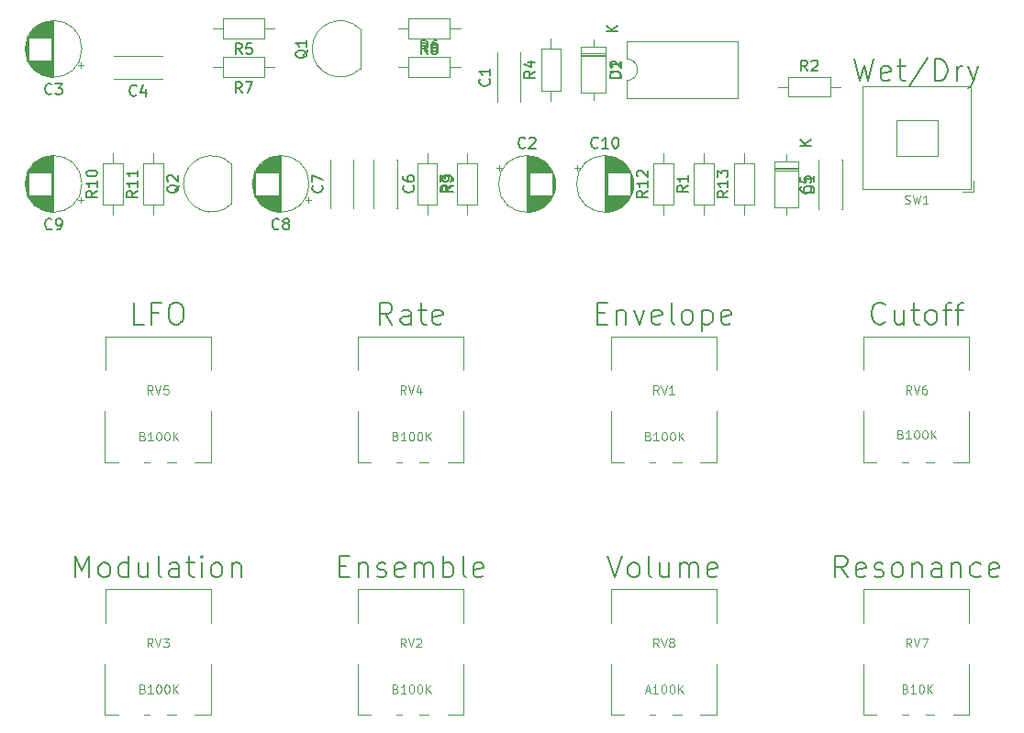
<source format=gbr>
%TF.GenerationSoftware,KiCad,Pcbnew,8.0.8*%
%TF.CreationDate,2025-02-08T23:29:31-05:00*%
%TF.ProjectId,stringy,73747269-6e67-4792-9e6b-696361645f70,rev?*%
%TF.SameCoordinates,Original*%
%TF.FileFunction,Legend,Top*%
%TF.FilePolarity,Positive*%
%FSLAX46Y46*%
G04 Gerber Fmt 4.6, Leading zero omitted, Abs format (unit mm)*
G04 Created by KiCad (PCBNEW 8.0.8) date 2025-02-08 23:29:31*
%MOMM*%
%LPD*%
G01*
G04 APERTURE LIST*
%ADD10C,0.150000*%
%ADD11C,0.100000*%
%ADD12C,0.200000*%
%ADD13C,0.120000*%
G04 APERTURE END LIST*
D10*
X64262206Y-57573689D02*
X63786015Y-57907022D01*
X64262206Y-58145117D02*
X63262206Y-58145117D01*
X63262206Y-58145117D02*
X63262206Y-57764165D01*
X63262206Y-57764165D02*
X63309825Y-57668927D01*
X63309825Y-57668927D02*
X63357444Y-57621308D01*
X63357444Y-57621308D02*
X63452682Y-57573689D01*
X63452682Y-57573689D02*
X63595539Y-57573689D01*
X63595539Y-57573689D02*
X63690777Y-57621308D01*
X63690777Y-57621308D02*
X63738396Y-57668927D01*
X63738396Y-57668927D02*
X63786015Y-57764165D01*
X63786015Y-57764165D02*
X63786015Y-58145117D01*
X64262206Y-56621308D02*
X64262206Y-57192736D01*
X64262206Y-56907022D02*
X63262206Y-56907022D01*
X63262206Y-56907022D02*
X63405063Y-57002260D01*
X63405063Y-57002260D02*
X63500301Y-57097498D01*
X63500301Y-57097498D02*
X63547920Y-57192736D01*
X64262206Y-55668927D02*
X64262206Y-56240355D01*
X64262206Y-55954641D02*
X63262206Y-55954641D01*
X63262206Y-55954641D02*
X63405063Y-56049879D01*
X63405063Y-56049879D02*
X63500301Y-56145117D01*
X63500301Y-56145117D02*
X63547920Y-56240355D01*
D11*
X89017143Y-76348229D02*
X88750476Y-75967276D01*
X88560000Y-76348229D02*
X88560000Y-75548229D01*
X88560000Y-75548229D02*
X88864762Y-75548229D01*
X88864762Y-75548229D02*
X88940952Y-75586324D01*
X88940952Y-75586324D02*
X88979047Y-75624419D01*
X88979047Y-75624419D02*
X89017143Y-75700610D01*
X89017143Y-75700610D02*
X89017143Y-75814895D01*
X89017143Y-75814895D02*
X88979047Y-75891086D01*
X88979047Y-75891086D02*
X88940952Y-75929181D01*
X88940952Y-75929181D02*
X88864762Y-75967276D01*
X88864762Y-75967276D02*
X88560000Y-75967276D01*
X89245714Y-75548229D02*
X89512381Y-76348229D01*
X89512381Y-76348229D02*
X89779047Y-75548229D01*
X90388571Y-75814895D02*
X90388571Y-76348229D01*
X90198095Y-75510134D02*
X90007618Y-76081562D01*
X90007618Y-76081562D02*
X90502857Y-76081562D01*
X88077618Y-80209181D02*
X88191904Y-80247276D01*
X88191904Y-80247276D02*
X88229999Y-80285372D01*
X88229999Y-80285372D02*
X88268095Y-80361562D01*
X88268095Y-80361562D02*
X88268095Y-80475848D01*
X88268095Y-80475848D02*
X88229999Y-80552038D01*
X88229999Y-80552038D02*
X88191904Y-80590134D01*
X88191904Y-80590134D02*
X88115714Y-80628229D01*
X88115714Y-80628229D02*
X87810952Y-80628229D01*
X87810952Y-80628229D02*
X87810952Y-79828229D01*
X87810952Y-79828229D02*
X88077618Y-79828229D01*
X88077618Y-79828229D02*
X88153809Y-79866324D01*
X88153809Y-79866324D02*
X88191904Y-79904419D01*
X88191904Y-79904419D02*
X88229999Y-79980610D01*
X88229999Y-79980610D02*
X88229999Y-80056800D01*
X88229999Y-80056800D02*
X88191904Y-80132991D01*
X88191904Y-80132991D02*
X88153809Y-80171086D01*
X88153809Y-80171086D02*
X88077618Y-80209181D01*
X88077618Y-80209181D02*
X87810952Y-80209181D01*
X89029999Y-80628229D02*
X88572856Y-80628229D01*
X88801428Y-80628229D02*
X88801428Y-79828229D01*
X88801428Y-79828229D02*
X88725237Y-79942514D01*
X88725237Y-79942514D02*
X88649047Y-80018705D01*
X88649047Y-80018705D02*
X88572856Y-80056800D01*
X89525238Y-79828229D02*
X89601428Y-79828229D01*
X89601428Y-79828229D02*
X89677619Y-79866324D01*
X89677619Y-79866324D02*
X89715714Y-79904419D01*
X89715714Y-79904419D02*
X89753809Y-79980610D01*
X89753809Y-79980610D02*
X89791904Y-80132991D01*
X89791904Y-80132991D02*
X89791904Y-80323467D01*
X89791904Y-80323467D02*
X89753809Y-80475848D01*
X89753809Y-80475848D02*
X89715714Y-80552038D01*
X89715714Y-80552038D02*
X89677619Y-80590134D01*
X89677619Y-80590134D02*
X89601428Y-80628229D01*
X89601428Y-80628229D02*
X89525238Y-80628229D01*
X89525238Y-80628229D02*
X89449047Y-80590134D01*
X89449047Y-80590134D02*
X89410952Y-80552038D01*
X89410952Y-80552038D02*
X89372857Y-80475848D01*
X89372857Y-80475848D02*
X89334761Y-80323467D01*
X89334761Y-80323467D02*
X89334761Y-80132991D01*
X89334761Y-80132991D02*
X89372857Y-79980610D01*
X89372857Y-79980610D02*
X89410952Y-79904419D01*
X89410952Y-79904419D02*
X89449047Y-79866324D01*
X89449047Y-79866324D02*
X89525238Y-79828229D01*
X90287143Y-79828229D02*
X90363333Y-79828229D01*
X90363333Y-79828229D02*
X90439524Y-79866324D01*
X90439524Y-79866324D02*
X90477619Y-79904419D01*
X90477619Y-79904419D02*
X90515714Y-79980610D01*
X90515714Y-79980610D02*
X90553809Y-80132991D01*
X90553809Y-80132991D02*
X90553809Y-80323467D01*
X90553809Y-80323467D02*
X90515714Y-80475848D01*
X90515714Y-80475848D02*
X90477619Y-80552038D01*
X90477619Y-80552038D02*
X90439524Y-80590134D01*
X90439524Y-80590134D02*
X90363333Y-80628229D01*
X90363333Y-80628229D02*
X90287143Y-80628229D01*
X90287143Y-80628229D02*
X90210952Y-80590134D01*
X90210952Y-80590134D02*
X90172857Y-80552038D01*
X90172857Y-80552038D02*
X90134762Y-80475848D01*
X90134762Y-80475848D02*
X90096666Y-80323467D01*
X90096666Y-80323467D02*
X90096666Y-80132991D01*
X90096666Y-80132991D02*
X90134762Y-79980610D01*
X90134762Y-79980610D02*
X90172857Y-79904419D01*
X90172857Y-79904419D02*
X90210952Y-79866324D01*
X90210952Y-79866324D02*
X90287143Y-79828229D01*
X90896667Y-80628229D02*
X90896667Y-79828229D01*
X91353810Y-80628229D02*
X91010952Y-80171086D01*
X91353810Y-79828229D02*
X90896667Y-80285372D01*
D12*
X87779047Y-69898172D02*
X87112380Y-68945791D01*
X86636190Y-69898172D02*
X86636190Y-67898172D01*
X86636190Y-67898172D02*
X87398095Y-67898172D01*
X87398095Y-67898172D02*
X87588571Y-67993410D01*
X87588571Y-67993410D02*
X87683809Y-68088648D01*
X87683809Y-68088648D02*
X87779047Y-68279124D01*
X87779047Y-68279124D02*
X87779047Y-68564838D01*
X87779047Y-68564838D02*
X87683809Y-68755314D01*
X87683809Y-68755314D02*
X87588571Y-68850553D01*
X87588571Y-68850553D02*
X87398095Y-68945791D01*
X87398095Y-68945791D02*
X86636190Y-68945791D01*
X89493333Y-69898172D02*
X89493333Y-68850553D01*
X89493333Y-68850553D02*
X89398095Y-68660076D01*
X89398095Y-68660076D02*
X89207619Y-68564838D01*
X89207619Y-68564838D02*
X88826666Y-68564838D01*
X88826666Y-68564838D02*
X88636190Y-68660076D01*
X89493333Y-69802934D02*
X89302857Y-69898172D01*
X89302857Y-69898172D02*
X88826666Y-69898172D01*
X88826666Y-69898172D02*
X88636190Y-69802934D01*
X88636190Y-69802934D02*
X88540952Y-69612457D01*
X88540952Y-69612457D02*
X88540952Y-69421981D01*
X88540952Y-69421981D02*
X88636190Y-69231505D01*
X88636190Y-69231505D02*
X88826666Y-69136267D01*
X88826666Y-69136267D02*
X89302857Y-69136267D01*
X89302857Y-69136267D02*
X89493333Y-69041029D01*
X90160000Y-68564838D02*
X90921904Y-68564838D01*
X90445714Y-67898172D02*
X90445714Y-69612457D01*
X90445714Y-69612457D02*
X90540952Y-69802934D01*
X90540952Y-69802934D02*
X90731428Y-69898172D01*
X90731428Y-69898172D02*
X90921904Y-69898172D01*
X92350476Y-69802934D02*
X92160000Y-69898172D01*
X92160000Y-69898172D02*
X91779047Y-69898172D01*
X91779047Y-69898172D02*
X91588571Y-69802934D01*
X91588571Y-69802934D02*
X91493333Y-69612457D01*
X91493333Y-69612457D02*
X91493333Y-68850553D01*
X91493333Y-68850553D02*
X91588571Y-68660076D01*
X91588571Y-68660076D02*
X91779047Y-68564838D01*
X91779047Y-68564838D02*
X92160000Y-68564838D01*
X92160000Y-68564838D02*
X92350476Y-68660076D01*
X92350476Y-68660076D02*
X92445714Y-68850553D01*
X92445714Y-68850553D02*
X92445714Y-69041029D01*
X92445714Y-69041029D02*
X91493333Y-69231505D01*
D10*
X64168351Y-48714580D02*
X64120732Y-48762200D01*
X64120732Y-48762200D02*
X63977875Y-48809819D01*
X63977875Y-48809819D02*
X63882637Y-48809819D01*
X63882637Y-48809819D02*
X63739780Y-48762200D01*
X63739780Y-48762200D02*
X63644542Y-48666961D01*
X63644542Y-48666961D02*
X63596923Y-48571723D01*
X63596923Y-48571723D02*
X63549304Y-48381247D01*
X63549304Y-48381247D02*
X63549304Y-48238390D01*
X63549304Y-48238390D02*
X63596923Y-48047914D01*
X63596923Y-48047914D02*
X63644542Y-47952676D01*
X63644542Y-47952676D02*
X63739780Y-47857438D01*
X63739780Y-47857438D02*
X63882637Y-47809819D01*
X63882637Y-47809819D02*
X63977875Y-47809819D01*
X63977875Y-47809819D02*
X64120732Y-47857438D01*
X64120732Y-47857438D02*
X64168351Y-47905057D01*
X65025494Y-48143152D02*
X65025494Y-48809819D01*
X64787399Y-47762200D02*
X64549304Y-48476485D01*
X64549304Y-48476485D02*
X65168351Y-48476485D01*
D11*
X135093332Y-58726800D02*
X135207618Y-58764895D01*
X135207618Y-58764895D02*
X135398094Y-58764895D01*
X135398094Y-58764895D02*
X135474285Y-58726800D01*
X135474285Y-58726800D02*
X135512380Y-58688704D01*
X135512380Y-58688704D02*
X135550475Y-58612514D01*
X135550475Y-58612514D02*
X135550475Y-58536323D01*
X135550475Y-58536323D02*
X135512380Y-58460133D01*
X135512380Y-58460133D02*
X135474285Y-58422038D01*
X135474285Y-58422038D02*
X135398094Y-58383942D01*
X135398094Y-58383942D02*
X135245713Y-58345847D01*
X135245713Y-58345847D02*
X135169523Y-58307752D01*
X135169523Y-58307752D02*
X135131428Y-58269657D01*
X135131428Y-58269657D02*
X135093332Y-58193466D01*
X135093332Y-58193466D02*
X135093332Y-58117276D01*
X135093332Y-58117276D02*
X135131428Y-58041085D01*
X135131428Y-58041085D02*
X135169523Y-58002990D01*
X135169523Y-58002990D02*
X135245713Y-57964895D01*
X135245713Y-57964895D02*
X135436190Y-57964895D01*
X135436190Y-57964895D02*
X135550475Y-58002990D01*
X135817142Y-57964895D02*
X136007618Y-58764895D01*
X136007618Y-58764895D02*
X136159999Y-58193466D01*
X136159999Y-58193466D02*
X136312380Y-58764895D01*
X136312380Y-58764895D02*
X136502857Y-57964895D01*
X137226666Y-58764895D02*
X136769523Y-58764895D01*
X136998095Y-58764895D02*
X136998095Y-57964895D01*
X136998095Y-57964895D02*
X136921904Y-58079180D01*
X136921904Y-58079180D02*
X136845714Y-58155371D01*
X136845714Y-58155371D02*
X136769523Y-58193466D01*
D12*
X130445714Y-45414838D02*
X130921904Y-47414838D01*
X130921904Y-47414838D02*
X131302857Y-45986266D01*
X131302857Y-45986266D02*
X131683809Y-47414838D01*
X131683809Y-47414838D02*
X132160000Y-45414838D01*
X133683809Y-47319600D02*
X133493333Y-47414838D01*
X133493333Y-47414838D02*
X133112380Y-47414838D01*
X133112380Y-47414838D02*
X132921904Y-47319600D01*
X132921904Y-47319600D02*
X132826666Y-47129123D01*
X132826666Y-47129123D02*
X132826666Y-46367219D01*
X132826666Y-46367219D02*
X132921904Y-46176742D01*
X132921904Y-46176742D02*
X133112380Y-46081504D01*
X133112380Y-46081504D02*
X133493333Y-46081504D01*
X133493333Y-46081504D02*
X133683809Y-46176742D01*
X133683809Y-46176742D02*
X133779047Y-46367219D01*
X133779047Y-46367219D02*
X133779047Y-46557695D01*
X133779047Y-46557695D02*
X132826666Y-46748171D01*
X134350476Y-46081504D02*
X135112380Y-46081504D01*
X134636190Y-45414838D02*
X134636190Y-47129123D01*
X134636190Y-47129123D02*
X134731428Y-47319600D01*
X134731428Y-47319600D02*
X134921904Y-47414838D01*
X134921904Y-47414838D02*
X135112380Y-47414838D01*
X137207618Y-45319600D02*
X135493333Y-47891028D01*
X137874285Y-47414838D02*
X137874285Y-45414838D01*
X137874285Y-45414838D02*
X138350475Y-45414838D01*
X138350475Y-45414838D02*
X138636190Y-45510076D01*
X138636190Y-45510076D02*
X138826666Y-45700552D01*
X138826666Y-45700552D02*
X138921904Y-45891028D01*
X138921904Y-45891028D02*
X139017142Y-46271980D01*
X139017142Y-46271980D02*
X139017142Y-46557695D01*
X139017142Y-46557695D02*
X138921904Y-46938647D01*
X138921904Y-46938647D02*
X138826666Y-47129123D01*
X138826666Y-47129123D02*
X138636190Y-47319600D01*
X138636190Y-47319600D02*
X138350475Y-47414838D01*
X138350475Y-47414838D02*
X137874285Y-47414838D01*
X139874285Y-47414838D02*
X139874285Y-46081504D01*
X139874285Y-46462457D02*
X139969523Y-46271980D01*
X139969523Y-46271980D02*
X140064761Y-46176742D01*
X140064761Y-46176742D02*
X140255237Y-46081504D01*
X140255237Y-46081504D02*
X140445714Y-46081504D01*
X140921904Y-46081504D02*
X141398094Y-47414838D01*
X141874285Y-46081504D02*
X141398094Y-47414838D01*
X141398094Y-47414838D02*
X141207618Y-47891028D01*
X141207618Y-47891028D02*
X141112380Y-47986266D01*
X141112380Y-47986266D02*
X140921904Y-48081504D01*
D10*
X91014084Y-44944819D02*
X90680751Y-44468628D01*
X90442656Y-44944819D02*
X90442656Y-43944819D01*
X90442656Y-43944819D02*
X90823608Y-43944819D01*
X90823608Y-43944819D02*
X90918846Y-43992438D01*
X90918846Y-43992438D02*
X90966465Y-44040057D01*
X90966465Y-44040057D02*
X91014084Y-44135295D01*
X91014084Y-44135295D02*
X91014084Y-44278152D01*
X91014084Y-44278152D02*
X90966465Y-44373390D01*
X90966465Y-44373390D02*
X90918846Y-44421009D01*
X90918846Y-44421009D02*
X90823608Y-44468628D01*
X90823608Y-44468628D02*
X90442656Y-44468628D01*
X91585513Y-44373390D02*
X91490275Y-44325771D01*
X91490275Y-44325771D02*
X91442656Y-44278152D01*
X91442656Y-44278152D02*
X91395037Y-44182914D01*
X91395037Y-44182914D02*
X91395037Y-44135295D01*
X91395037Y-44135295D02*
X91442656Y-44040057D01*
X91442656Y-44040057D02*
X91490275Y-43992438D01*
X91490275Y-43992438D02*
X91585513Y-43944819D01*
X91585513Y-43944819D02*
X91775989Y-43944819D01*
X91775989Y-43944819D02*
X91871227Y-43992438D01*
X91871227Y-43992438D02*
X91918846Y-44040057D01*
X91918846Y-44040057D02*
X91966465Y-44135295D01*
X91966465Y-44135295D02*
X91966465Y-44182914D01*
X91966465Y-44182914D02*
X91918846Y-44278152D01*
X91918846Y-44278152D02*
X91871227Y-44325771D01*
X91871227Y-44325771D02*
X91775989Y-44373390D01*
X91775989Y-44373390D02*
X91585513Y-44373390D01*
X91585513Y-44373390D02*
X91490275Y-44421009D01*
X91490275Y-44421009D02*
X91442656Y-44468628D01*
X91442656Y-44468628D02*
X91395037Y-44563866D01*
X91395037Y-44563866D02*
X91395037Y-44754342D01*
X91395037Y-44754342D02*
X91442656Y-44849580D01*
X91442656Y-44849580D02*
X91490275Y-44897200D01*
X91490275Y-44897200D02*
X91585513Y-44944819D01*
X91585513Y-44944819D02*
X91775989Y-44944819D01*
X91775989Y-44944819D02*
X91871227Y-44897200D01*
X91871227Y-44897200D02*
X91918846Y-44849580D01*
X91918846Y-44849580D02*
X91966465Y-44754342D01*
X91966465Y-44754342D02*
X91966465Y-44563866D01*
X91966465Y-44563866D02*
X91918846Y-44468628D01*
X91918846Y-44468628D02*
X91871227Y-44421009D01*
X91871227Y-44421009D02*
X91775989Y-44373390D01*
X108902815Y-47148094D02*
X107902815Y-47148094D01*
X107902815Y-47148094D02*
X107902815Y-46909999D01*
X107902815Y-46909999D02*
X107950434Y-46767142D01*
X107950434Y-46767142D02*
X108045672Y-46671904D01*
X108045672Y-46671904D02*
X108140910Y-46624285D01*
X108140910Y-46624285D02*
X108331386Y-46576666D01*
X108331386Y-46576666D02*
X108474243Y-46576666D01*
X108474243Y-46576666D02*
X108664719Y-46624285D01*
X108664719Y-46624285D02*
X108759957Y-46671904D01*
X108759957Y-46671904D02*
X108855196Y-46767142D01*
X108855196Y-46767142D02*
X108902815Y-46909999D01*
X108902815Y-46909999D02*
X108902815Y-47148094D01*
X107998053Y-46195713D02*
X107950434Y-46148094D01*
X107950434Y-46148094D02*
X107902815Y-46052856D01*
X107902815Y-46052856D02*
X107902815Y-45814761D01*
X107902815Y-45814761D02*
X107950434Y-45719523D01*
X107950434Y-45719523D02*
X107998053Y-45671904D01*
X107998053Y-45671904D02*
X108093291Y-45624285D01*
X108093291Y-45624285D02*
X108188529Y-45624285D01*
X108188529Y-45624285D02*
X108331386Y-45671904D01*
X108331386Y-45671904D02*
X108902815Y-46243332D01*
X108902815Y-46243332D02*
X108902815Y-45624285D01*
X108582815Y-42861904D02*
X107582815Y-42861904D01*
X108582815Y-42290476D02*
X108011386Y-42719047D01*
X107582815Y-42290476D02*
X108154243Y-42861904D01*
D11*
X112350476Y-76348229D02*
X112083809Y-75967276D01*
X111893333Y-76348229D02*
X111893333Y-75548229D01*
X111893333Y-75548229D02*
X112198095Y-75548229D01*
X112198095Y-75548229D02*
X112274285Y-75586324D01*
X112274285Y-75586324D02*
X112312380Y-75624419D01*
X112312380Y-75624419D02*
X112350476Y-75700610D01*
X112350476Y-75700610D02*
X112350476Y-75814895D01*
X112350476Y-75814895D02*
X112312380Y-75891086D01*
X112312380Y-75891086D02*
X112274285Y-75929181D01*
X112274285Y-75929181D02*
X112198095Y-75967276D01*
X112198095Y-75967276D02*
X111893333Y-75967276D01*
X112579047Y-75548229D02*
X112845714Y-76348229D01*
X112845714Y-76348229D02*
X113112380Y-75548229D01*
X113798094Y-76348229D02*
X113340951Y-76348229D01*
X113569523Y-76348229D02*
X113569523Y-75548229D01*
X113569523Y-75548229D02*
X113493332Y-75662514D01*
X113493332Y-75662514D02*
X113417142Y-75738705D01*
X113417142Y-75738705D02*
X113340951Y-75776800D01*
X111410951Y-80209181D02*
X111525237Y-80247276D01*
X111525237Y-80247276D02*
X111563332Y-80285372D01*
X111563332Y-80285372D02*
X111601428Y-80361562D01*
X111601428Y-80361562D02*
X111601428Y-80475848D01*
X111601428Y-80475848D02*
X111563332Y-80552038D01*
X111563332Y-80552038D02*
X111525237Y-80590134D01*
X111525237Y-80590134D02*
X111449047Y-80628229D01*
X111449047Y-80628229D02*
X111144285Y-80628229D01*
X111144285Y-80628229D02*
X111144285Y-79828229D01*
X111144285Y-79828229D02*
X111410951Y-79828229D01*
X111410951Y-79828229D02*
X111487142Y-79866324D01*
X111487142Y-79866324D02*
X111525237Y-79904419D01*
X111525237Y-79904419D02*
X111563332Y-79980610D01*
X111563332Y-79980610D02*
X111563332Y-80056800D01*
X111563332Y-80056800D02*
X111525237Y-80132991D01*
X111525237Y-80132991D02*
X111487142Y-80171086D01*
X111487142Y-80171086D02*
X111410951Y-80209181D01*
X111410951Y-80209181D02*
X111144285Y-80209181D01*
X112363332Y-80628229D02*
X111906189Y-80628229D01*
X112134761Y-80628229D02*
X112134761Y-79828229D01*
X112134761Y-79828229D02*
X112058570Y-79942514D01*
X112058570Y-79942514D02*
X111982380Y-80018705D01*
X111982380Y-80018705D02*
X111906189Y-80056800D01*
X112858571Y-79828229D02*
X112934761Y-79828229D01*
X112934761Y-79828229D02*
X113010952Y-79866324D01*
X113010952Y-79866324D02*
X113049047Y-79904419D01*
X113049047Y-79904419D02*
X113087142Y-79980610D01*
X113087142Y-79980610D02*
X113125237Y-80132991D01*
X113125237Y-80132991D02*
X113125237Y-80323467D01*
X113125237Y-80323467D02*
X113087142Y-80475848D01*
X113087142Y-80475848D02*
X113049047Y-80552038D01*
X113049047Y-80552038D02*
X113010952Y-80590134D01*
X113010952Y-80590134D02*
X112934761Y-80628229D01*
X112934761Y-80628229D02*
X112858571Y-80628229D01*
X112858571Y-80628229D02*
X112782380Y-80590134D01*
X112782380Y-80590134D02*
X112744285Y-80552038D01*
X112744285Y-80552038D02*
X112706190Y-80475848D01*
X112706190Y-80475848D02*
X112668094Y-80323467D01*
X112668094Y-80323467D02*
X112668094Y-80132991D01*
X112668094Y-80132991D02*
X112706190Y-79980610D01*
X112706190Y-79980610D02*
X112744285Y-79904419D01*
X112744285Y-79904419D02*
X112782380Y-79866324D01*
X112782380Y-79866324D02*
X112858571Y-79828229D01*
X113620476Y-79828229D02*
X113696666Y-79828229D01*
X113696666Y-79828229D02*
X113772857Y-79866324D01*
X113772857Y-79866324D02*
X113810952Y-79904419D01*
X113810952Y-79904419D02*
X113849047Y-79980610D01*
X113849047Y-79980610D02*
X113887142Y-80132991D01*
X113887142Y-80132991D02*
X113887142Y-80323467D01*
X113887142Y-80323467D02*
X113849047Y-80475848D01*
X113849047Y-80475848D02*
X113810952Y-80552038D01*
X113810952Y-80552038D02*
X113772857Y-80590134D01*
X113772857Y-80590134D02*
X113696666Y-80628229D01*
X113696666Y-80628229D02*
X113620476Y-80628229D01*
X113620476Y-80628229D02*
X113544285Y-80590134D01*
X113544285Y-80590134D02*
X113506190Y-80552038D01*
X113506190Y-80552038D02*
X113468095Y-80475848D01*
X113468095Y-80475848D02*
X113429999Y-80323467D01*
X113429999Y-80323467D02*
X113429999Y-80132991D01*
X113429999Y-80132991D02*
X113468095Y-79980610D01*
X113468095Y-79980610D02*
X113506190Y-79904419D01*
X113506190Y-79904419D02*
X113544285Y-79866324D01*
X113544285Y-79866324D02*
X113620476Y-79828229D01*
X114230000Y-80628229D02*
X114230000Y-79828229D01*
X114687143Y-80628229D02*
X114344285Y-80171086D01*
X114687143Y-79828229D02*
X114230000Y-80285372D01*
D12*
X106683808Y-68850553D02*
X107350475Y-68850553D01*
X107636189Y-69898172D02*
X106683808Y-69898172D01*
X106683808Y-69898172D02*
X106683808Y-67898172D01*
X106683808Y-67898172D02*
X107636189Y-67898172D01*
X108493332Y-68564838D02*
X108493332Y-69898172D01*
X108493332Y-68755314D02*
X108588570Y-68660076D01*
X108588570Y-68660076D02*
X108779046Y-68564838D01*
X108779046Y-68564838D02*
X109064761Y-68564838D01*
X109064761Y-68564838D02*
X109255237Y-68660076D01*
X109255237Y-68660076D02*
X109350475Y-68850553D01*
X109350475Y-68850553D02*
X109350475Y-69898172D01*
X110112380Y-68564838D02*
X110588570Y-69898172D01*
X110588570Y-69898172D02*
X111064761Y-68564838D01*
X112588571Y-69802934D02*
X112398095Y-69898172D01*
X112398095Y-69898172D02*
X112017142Y-69898172D01*
X112017142Y-69898172D02*
X111826666Y-69802934D01*
X111826666Y-69802934D02*
X111731428Y-69612457D01*
X111731428Y-69612457D02*
X111731428Y-68850553D01*
X111731428Y-68850553D02*
X111826666Y-68660076D01*
X111826666Y-68660076D02*
X112017142Y-68564838D01*
X112017142Y-68564838D02*
X112398095Y-68564838D01*
X112398095Y-68564838D02*
X112588571Y-68660076D01*
X112588571Y-68660076D02*
X112683809Y-68850553D01*
X112683809Y-68850553D02*
X112683809Y-69041029D01*
X112683809Y-69041029D02*
X111731428Y-69231505D01*
X113826666Y-69898172D02*
X113636190Y-69802934D01*
X113636190Y-69802934D02*
X113540952Y-69612457D01*
X113540952Y-69612457D02*
X113540952Y-67898172D01*
X114874285Y-69898172D02*
X114683809Y-69802934D01*
X114683809Y-69802934D02*
X114588571Y-69707695D01*
X114588571Y-69707695D02*
X114493333Y-69517219D01*
X114493333Y-69517219D02*
X114493333Y-68945791D01*
X114493333Y-68945791D02*
X114588571Y-68755314D01*
X114588571Y-68755314D02*
X114683809Y-68660076D01*
X114683809Y-68660076D02*
X114874285Y-68564838D01*
X114874285Y-68564838D02*
X115160000Y-68564838D01*
X115160000Y-68564838D02*
X115350476Y-68660076D01*
X115350476Y-68660076D02*
X115445714Y-68755314D01*
X115445714Y-68755314D02*
X115540952Y-68945791D01*
X115540952Y-68945791D02*
X115540952Y-69517219D01*
X115540952Y-69517219D02*
X115445714Y-69707695D01*
X115445714Y-69707695D02*
X115350476Y-69802934D01*
X115350476Y-69802934D02*
X115160000Y-69898172D01*
X115160000Y-69898172D02*
X114874285Y-69898172D01*
X116398095Y-68564838D02*
X116398095Y-70564838D01*
X116398095Y-68660076D02*
X116588571Y-68564838D01*
X116588571Y-68564838D02*
X116969524Y-68564838D01*
X116969524Y-68564838D02*
X117160000Y-68660076D01*
X117160000Y-68660076D02*
X117255238Y-68755314D01*
X117255238Y-68755314D02*
X117350476Y-68945791D01*
X117350476Y-68945791D02*
X117350476Y-69517219D01*
X117350476Y-69517219D02*
X117255238Y-69707695D01*
X117255238Y-69707695D02*
X117160000Y-69802934D01*
X117160000Y-69802934D02*
X116969524Y-69898172D01*
X116969524Y-69898172D02*
X116588571Y-69898172D01*
X116588571Y-69898172D02*
X116398095Y-69802934D01*
X118969524Y-69802934D02*
X118779048Y-69898172D01*
X118779048Y-69898172D02*
X118398095Y-69898172D01*
X118398095Y-69898172D02*
X118207619Y-69802934D01*
X118207619Y-69802934D02*
X118112381Y-69612457D01*
X118112381Y-69612457D02*
X118112381Y-68850553D01*
X118112381Y-68850553D02*
X118207619Y-68660076D01*
X118207619Y-68660076D02*
X118398095Y-68564838D01*
X118398095Y-68564838D02*
X118779048Y-68564838D01*
X118779048Y-68564838D02*
X118969524Y-68660076D01*
X118969524Y-68660076D02*
X119064762Y-68850553D01*
X119064762Y-68850553D02*
X119064762Y-69041029D01*
X119064762Y-69041029D02*
X118112381Y-69231505D01*
D11*
X135683810Y-76348229D02*
X135417143Y-75967276D01*
X135226667Y-76348229D02*
X135226667Y-75548229D01*
X135226667Y-75548229D02*
X135531429Y-75548229D01*
X135531429Y-75548229D02*
X135607619Y-75586324D01*
X135607619Y-75586324D02*
X135645714Y-75624419D01*
X135645714Y-75624419D02*
X135683810Y-75700610D01*
X135683810Y-75700610D02*
X135683810Y-75814895D01*
X135683810Y-75814895D02*
X135645714Y-75891086D01*
X135645714Y-75891086D02*
X135607619Y-75929181D01*
X135607619Y-75929181D02*
X135531429Y-75967276D01*
X135531429Y-75967276D02*
X135226667Y-75967276D01*
X135912381Y-75548229D02*
X136179048Y-76348229D01*
X136179048Y-76348229D02*
X136445714Y-75548229D01*
X137055238Y-75548229D02*
X136902857Y-75548229D01*
X136902857Y-75548229D02*
X136826666Y-75586324D01*
X136826666Y-75586324D02*
X136788571Y-75624419D01*
X136788571Y-75624419D02*
X136712381Y-75738705D01*
X136712381Y-75738705D02*
X136674285Y-75891086D01*
X136674285Y-75891086D02*
X136674285Y-76195848D01*
X136674285Y-76195848D02*
X136712381Y-76272038D01*
X136712381Y-76272038D02*
X136750476Y-76310134D01*
X136750476Y-76310134D02*
X136826666Y-76348229D01*
X136826666Y-76348229D02*
X136979047Y-76348229D01*
X136979047Y-76348229D02*
X137055238Y-76310134D01*
X137055238Y-76310134D02*
X137093333Y-76272038D01*
X137093333Y-76272038D02*
X137131428Y-76195848D01*
X137131428Y-76195848D02*
X137131428Y-76005372D01*
X137131428Y-76005372D02*
X137093333Y-75929181D01*
X137093333Y-75929181D02*
X137055238Y-75891086D01*
X137055238Y-75891086D02*
X136979047Y-75852991D01*
X136979047Y-75852991D02*
X136826666Y-75852991D01*
X136826666Y-75852991D02*
X136750476Y-75891086D01*
X136750476Y-75891086D02*
X136712381Y-75929181D01*
X136712381Y-75929181D02*
X136674285Y-76005372D01*
X134674285Y-80039181D02*
X134788571Y-80077276D01*
X134788571Y-80077276D02*
X134826666Y-80115372D01*
X134826666Y-80115372D02*
X134864762Y-80191562D01*
X134864762Y-80191562D02*
X134864762Y-80305848D01*
X134864762Y-80305848D02*
X134826666Y-80382038D01*
X134826666Y-80382038D02*
X134788571Y-80420134D01*
X134788571Y-80420134D02*
X134712381Y-80458229D01*
X134712381Y-80458229D02*
X134407619Y-80458229D01*
X134407619Y-80458229D02*
X134407619Y-79658229D01*
X134407619Y-79658229D02*
X134674285Y-79658229D01*
X134674285Y-79658229D02*
X134750476Y-79696324D01*
X134750476Y-79696324D02*
X134788571Y-79734419D01*
X134788571Y-79734419D02*
X134826666Y-79810610D01*
X134826666Y-79810610D02*
X134826666Y-79886800D01*
X134826666Y-79886800D02*
X134788571Y-79962991D01*
X134788571Y-79962991D02*
X134750476Y-80001086D01*
X134750476Y-80001086D02*
X134674285Y-80039181D01*
X134674285Y-80039181D02*
X134407619Y-80039181D01*
X135626666Y-80458229D02*
X135169523Y-80458229D01*
X135398095Y-80458229D02*
X135398095Y-79658229D01*
X135398095Y-79658229D02*
X135321904Y-79772514D01*
X135321904Y-79772514D02*
X135245714Y-79848705D01*
X135245714Y-79848705D02*
X135169523Y-79886800D01*
X136121905Y-79658229D02*
X136198095Y-79658229D01*
X136198095Y-79658229D02*
X136274286Y-79696324D01*
X136274286Y-79696324D02*
X136312381Y-79734419D01*
X136312381Y-79734419D02*
X136350476Y-79810610D01*
X136350476Y-79810610D02*
X136388571Y-79962991D01*
X136388571Y-79962991D02*
X136388571Y-80153467D01*
X136388571Y-80153467D02*
X136350476Y-80305848D01*
X136350476Y-80305848D02*
X136312381Y-80382038D01*
X136312381Y-80382038D02*
X136274286Y-80420134D01*
X136274286Y-80420134D02*
X136198095Y-80458229D01*
X136198095Y-80458229D02*
X136121905Y-80458229D01*
X136121905Y-80458229D02*
X136045714Y-80420134D01*
X136045714Y-80420134D02*
X136007619Y-80382038D01*
X136007619Y-80382038D02*
X135969524Y-80305848D01*
X135969524Y-80305848D02*
X135931428Y-80153467D01*
X135931428Y-80153467D02*
X135931428Y-79962991D01*
X135931428Y-79962991D02*
X135969524Y-79810610D01*
X135969524Y-79810610D02*
X136007619Y-79734419D01*
X136007619Y-79734419D02*
X136045714Y-79696324D01*
X136045714Y-79696324D02*
X136121905Y-79658229D01*
X136883810Y-79658229D02*
X136960000Y-79658229D01*
X136960000Y-79658229D02*
X137036191Y-79696324D01*
X137036191Y-79696324D02*
X137074286Y-79734419D01*
X137074286Y-79734419D02*
X137112381Y-79810610D01*
X137112381Y-79810610D02*
X137150476Y-79962991D01*
X137150476Y-79962991D02*
X137150476Y-80153467D01*
X137150476Y-80153467D02*
X137112381Y-80305848D01*
X137112381Y-80305848D02*
X137074286Y-80382038D01*
X137074286Y-80382038D02*
X137036191Y-80420134D01*
X137036191Y-80420134D02*
X136960000Y-80458229D01*
X136960000Y-80458229D02*
X136883810Y-80458229D01*
X136883810Y-80458229D02*
X136807619Y-80420134D01*
X136807619Y-80420134D02*
X136769524Y-80382038D01*
X136769524Y-80382038D02*
X136731429Y-80305848D01*
X136731429Y-80305848D02*
X136693333Y-80153467D01*
X136693333Y-80153467D02*
X136693333Y-79962991D01*
X136693333Y-79962991D02*
X136731429Y-79810610D01*
X136731429Y-79810610D02*
X136769524Y-79734419D01*
X136769524Y-79734419D02*
X136807619Y-79696324D01*
X136807619Y-79696324D02*
X136883810Y-79658229D01*
X137493334Y-80458229D02*
X137493334Y-79658229D01*
X137950477Y-80458229D02*
X137607619Y-80001086D01*
X137950477Y-79658229D02*
X137493334Y-80115372D01*
D12*
X133255238Y-69707695D02*
X133160000Y-69802934D01*
X133160000Y-69802934D02*
X132874286Y-69898172D01*
X132874286Y-69898172D02*
X132683810Y-69898172D01*
X132683810Y-69898172D02*
X132398095Y-69802934D01*
X132398095Y-69802934D02*
X132207619Y-69612457D01*
X132207619Y-69612457D02*
X132112381Y-69421981D01*
X132112381Y-69421981D02*
X132017143Y-69041029D01*
X132017143Y-69041029D02*
X132017143Y-68755314D01*
X132017143Y-68755314D02*
X132112381Y-68374362D01*
X132112381Y-68374362D02*
X132207619Y-68183886D01*
X132207619Y-68183886D02*
X132398095Y-67993410D01*
X132398095Y-67993410D02*
X132683810Y-67898172D01*
X132683810Y-67898172D02*
X132874286Y-67898172D01*
X132874286Y-67898172D02*
X133160000Y-67993410D01*
X133160000Y-67993410D02*
X133255238Y-68088648D01*
X134969524Y-68564838D02*
X134969524Y-69898172D01*
X134112381Y-68564838D02*
X134112381Y-69612457D01*
X134112381Y-69612457D02*
X134207619Y-69802934D01*
X134207619Y-69802934D02*
X134398095Y-69898172D01*
X134398095Y-69898172D02*
X134683810Y-69898172D01*
X134683810Y-69898172D02*
X134874286Y-69802934D01*
X134874286Y-69802934D02*
X134969524Y-69707695D01*
X135636191Y-68564838D02*
X136398095Y-68564838D01*
X135921905Y-67898172D02*
X135921905Y-69612457D01*
X135921905Y-69612457D02*
X136017143Y-69802934D01*
X136017143Y-69802934D02*
X136207619Y-69898172D01*
X136207619Y-69898172D02*
X136398095Y-69898172D01*
X137350476Y-69898172D02*
X137160000Y-69802934D01*
X137160000Y-69802934D02*
X137064762Y-69707695D01*
X137064762Y-69707695D02*
X136969524Y-69517219D01*
X136969524Y-69517219D02*
X136969524Y-68945791D01*
X136969524Y-68945791D02*
X137064762Y-68755314D01*
X137064762Y-68755314D02*
X137160000Y-68660076D01*
X137160000Y-68660076D02*
X137350476Y-68564838D01*
X137350476Y-68564838D02*
X137636191Y-68564838D01*
X137636191Y-68564838D02*
X137826667Y-68660076D01*
X137826667Y-68660076D02*
X137921905Y-68755314D01*
X137921905Y-68755314D02*
X138017143Y-68945791D01*
X138017143Y-68945791D02*
X138017143Y-69517219D01*
X138017143Y-69517219D02*
X137921905Y-69707695D01*
X137921905Y-69707695D02*
X137826667Y-69802934D01*
X137826667Y-69802934D02*
X137636191Y-69898172D01*
X137636191Y-69898172D02*
X137350476Y-69898172D01*
X138588572Y-68564838D02*
X139350476Y-68564838D01*
X138874286Y-69898172D02*
X138874286Y-68183886D01*
X138874286Y-68183886D02*
X138969524Y-67993410D01*
X138969524Y-67993410D02*
X139160000Y-67898172D01*
X139160000Y-67898172D02*
X139350476Y-67898172D01*
X139731429Y-68564838D02*
X140493333Y-68564838D01*
X140017143Y-69898172D02*
X140017143Y-68183886D01*
X140017143Y-68183886D02*
X140112381Y-67993410D01*
X140112381Y-67993410D02*
X140302857Y-67898172D01*
X140302857Y-67898172D02*
X140493333Y-67898172D01*
D11*
X112350476Y-99681563D02*
X112083809Y-99300610D01*
X111893333Y-99681563D02*
X111893333Y-98881563D01*
X111893333Y-98881563D02*
X112198095Y-98881563D01*
X112198095Y-98881563D02*
X112274285Y-98919658D01*
X112274285Y-98919658D02*
X112312380Y-98957753D01*
X112312380Y-98957753D02*
X112350476Y-99033944D01*
X112350476Y-99033944D02*
X112350476Y-99148229D01*
X112350476Y-99148229D02*
X112312380Y-99224420D01*
X112312380Y-99224420D02*
X112274285Y-99262515D01*
X112274285Y-99262515D02*
X112198095Y-99300610D01*
X112198095Y-99300610D02*
X111893333Y-99300610D01*
X112579047Y-98881563D02*
X112845714Y-99681563D01*
X112845714Y-99681563D02*
X113112380Y-98881563D01*
X113493332Y-99224420D02*
X113417142Y-99186325D01*
X113417142Y-99186325D02*
X113379047Y-99148229D01*
X113379047Y-99148229D02*
X113340951Y-99072039D01*
X113340951Y-99072039D02*
X113340951Y-99033944D01*
X113340951Y-99033944D02*
X113379047Y-98957753D01*
X113379047Y-98957753D02*
X113417142Y-98919658D01*
X113417142Y-98919658D02*
X113493332Y-98881563D01*
X113493332Y-98881563D02*
X113645713Y-98881563D01*
X113645713Y-98881563D02*
X113721904Y-98919658D01*
X113721904Y-98919658D02*
X113759999Y-98957753D01*
X113759999Y-98957753D02*
X113798094Y-99033944D01*
X113798094Y-99033944D02*
X113798094Y-99072039D01*
X113798094Y-99072039D02*
X113759999Y-99148229D01*
X113759999Y-99148229D02*
X113721904Y-99186325D01*
X113721904Y-99186325D02*
X113645713Y-99224420D01*
X113645713Y-99224420D02*
X113493332Y-99224420D01*
X113493332Y-99224420D02*
X113417142Y-99262515D01*
X113417142Y-99262515D02*
X113379047Y-99300610D01*
X113379047Y-99300610D02*
X113340951Y-99376801D01*
X113340951Y-99376801D02*
X113340951Y-99529182D01*
X113340951Y-99529182D02*
X113379047Y-99605372D01*
X113379047Y-99605372D02*
X113417142Y-99643468D01*
X113417142Y-99643468D02*
X113493332Y-99681563D01*
X113493332Y-99681563D02*
X113645713Y-99681563D01*
X113645713Y-99681563D02*
X113721904Y-99643468D01*
X113721904Y-99643468D02*
X113759999Y-99605372D01*
X113759999Y-99605372D02*
X113798094Y-99529182D01*
X113798094Y-99529182D02*
X113798094Y-99376801D01*
X113798094Y-99376801D02*
X113759999Y-99300610D01*
X113759999Y-99300610D02*
X113721904Y-99262515D01*
X113721904Y-99262515D02*
X113645713Y-99224420D01*
X111163332Y-103732991D02*
X111544285Y-103732991D01*
X111087142Y-103961563D02*
X111353809Y-103161563D01*
X111353809Y-103161563D02*
X111620475Y-103961563D01*
X112306189Y-103961563D02*
X111849046Y-103961563D01*
X112077618Y-103961563D02*
X112077618Y-103161563D01*
X112077618Y-103161563D02*
X112001427Y-103275848D01*
X112001427Y-103275848D02*
X111925237Y-103352039D01*
X111925237Y-103352039D02*
X111849046Y-103390134D01*
X112801428Y-103161563D02*
X112877618Y-103161563D01*
X112877618Y-103161563D02*
X112953809Y-103199658D01*
X112953809Y-103199658D02*
X112991904Y-103237753D01*
X112991904Y-103237753D02*
X113029999Y-103313944D01*
X113029999Y-103313944D02*
X113068094Y-103466325D01*
X113068094Y-103466325D02*
X113068094Y-103656801D01*
X113068094Y-103656801D02*
X113029999Y-103809182D01*
X113029999Y-103809182D02*
X112991904Y-103885372D01*
X112991904Y-103885372D02*
X112953809Y-103923468D01*
X112953809Y-103923468D02*
X112877618Y-103961563D01*
X112877618Y-103961563D02*
X112801428Y-103961563D01*
X112801428Y-103961563D02*
X112725237Y-103923468D01*
X112725237Y-103923468D02*
X112687142Y-103885372D01*
X112687142Y-103885372D02*
X112649047Y-103809182D01*
X112649047Y-103809182D02*
X112610951Y-103656801D01*
X112610951Y-103656801D02*
X112610951Y-103466325D01*
X112610951Y-103466325D02*
X112649047Y-103313944D01*
X112649047Y-103313944D02*
X112687142Y-103237753D01*
X112687142Y-103237753D02*
X112725237Y-103199658D01*
X112725237Y-103199658D02*
X112801428Y-103161563D01*
X113563333Y-103161563D02*
X113639523Y-103161563D01*
X113639523Y-103161563D02*
X113715714Y-103199658D01*
X113715714Y-103199658D02*
X113753809Y-103237753D01*
X113753809Y-103237753D02*
X113791904Y-103313944D01*
X113791904Y-103313944D02*
X113829999Y-103466325D01*
X113829999Y-103466325D02*
X113829999Y-103656801D01*
X113829999Y-103656801D02*
X113791904Y-103809182D01*
X113791904Y-103809182D02*
X113753809Y-103885372D01*
X113753809Y-103885372D02*
X113715714Y-103923468D01*
X113715714Y-103923468D02*
X113639523Y-103961563D01*
X113639523Y-103961563D02*
X113563333Y-103961563D01*
X113563333Y-103961563D02*
X113487142Y-103923468D01*
X113487142Y-103923468D02*
X113449047Y-103885372D01*
X113449047Y-103885372D02*
X113410952Y-103809182D01*
X113410952Y-103809182D02*
X113372856Y-103656801D01*
X113372856Y-103656801D02*
X113372856Y-103466325D01*
X113372856Y-103466325D02*
X113410952Y-103313944D01*
X113410952Y-103313944D02*
X113449047Y-103237753D01*
X113449047Y-103237753D02*
X113487142Y-103199658D01*
X113487142Y-103199658D02*
X113563333Y-103161563D01*
X114172857Y-103961563D02*
X114172857Y-103161563D01*
X114630000Y-103961563D02*
X114287142Y-103504420D01*
X114630000Y-103161563D02*
X114172857Y-103618706D01*
D12*
X107636189Y-91231506D02*
X108302855Y-93231506D01*
X108302855Y-93231506D02*
X108969522Y-91231506D01*
X109921903Y-93231506D02*
X109731427Y-93136268D01*
X109731427Y-93136268D02*
X109636189Y-93041029D01*
X109636189Y-93041029D02*
X109540951Y-92850553D01*
X109540951Y-92850553D02*
X109540951Y-92279125D01*
X109540951Y-92279125D02*
X109636189Y-92088648D01*
X109636189Y-92088648D02*
X109731427Y-91993410D01*
X109731427Y-91993410D02*
X109921903Y-91898172D01*
X109921903Y-91898172D02*
X110207618Y-91898172D01*
X110207618Y-91898172D02*
X110398094Y-91993410D01*
X110398094Y-91993410D02*
X110493332Y-92088648D01*
X110493332Y-92088648D02*
X110588570Y-92279125D01*
X110588570Y-92279125D02*
X110588570Y-92850553D01*
X110588570Y-92850553D02*
X110493332Y-93041029D01*
X110493332Y-93041029D02*
X110398094Y-93136268D01*
X110398094Y-93136268D02*
X110207618Y-93231506D01*
X110207618Y-93231506D02*
X109921903Y-93231506D01*
X111731427Y-93231506D02*
X111540951Y-93136268D01*
X111540951Y-93136268D02*
X111445713Y-92945791D01*
X111445713Y-92945791D02*
X111445713Y-91231506D01*
X113350475Y-91898172D02*
X113350475Y-93231506D01*
X112493332Y-91898172D02*
X112493332Y-92945791D01*
X112493332Y-92945791D02*
X112588570Y-93136268D01*
X112588570Y-93136268D02*
X112779046Y-93231506D01*
X112779046Y-93231506D02*
X113064761Y-93231506D01*
X113064761Y-93231506D02*
X113255237Y-93136268D01*
X113255237Y-93136268D02*
X113350475Y-93041029D01*
X114302856Y-93231506D02*
X114302856Y-91898172D01*
X114302856Y-92088648D02*
X114398094Y-91993410D01*
X114398094Y-91993410D02*
X114588570Y-91898172D01*
X114588570Y-91898172D02*
X114874285Y-91898172D01*
X114874285Y-91898172D02*
X115064761Y-91993410D01*
X115064761Y-91993410D02*
X115159999Y-92183887D01*
X115159999Y-92183887D02*
X115159999Y-93231506D01*
X115159999Y-92183887D02*
X115255237Y-91993410D01*
X115255237Y-91993410D02*
X115445713Y-91898172D01*
X115445713Y-91898172D02*
X115731427Y-91898172D01*
X115731427Y-91898172D02*
X115921904Y-91993410D01*
X115921904Y-91993410D02*
X116017142Y-92183887D01*
X116017142Y-92183887D02*
X116017142Y-93231506D01*
X117731428Y-93136268D02*
X117540952Y-93231506D01*
X117540952Y-93231506D02*
X117159999Y-93231506D01*
X117159999Y-93231506D02*
X116969523Y-93136268D01*
X116969523Y-93136268D02*
X116874285Y-92945791D01*
X116874285Y-92945791D02*
X116874285Y-92183887D01*
X116874285Y-92183887D02*
X116969523Y-91993410D01*
X116969523Y-91993410D02*
X117159999Y-91898172D01*
X117159999Y-91898172D02*
X117540952Y-91898172D01*
X117540952Y-91898172D02*
X117731428Y-91993410D01*
X117731428Y-91993410D02*
X117826666Y-92183887D01*
X117826666Y-92183887D02*
X117826666Y-92374363D01*
X117826666Y-92374363D02*
X116874285Y-92564839D01*
D10*
X73903595Y-48529819D02*
X73570262Y-48053628D01*
X73332167Y-48529819D02*
X73332167Y-47529819D01*
X73332167Y-47529819D02*
X73713119Y-47529819D01*
X73713119Y-47529819D02*
X73808357Y-47577438D01*
X73808357Y-47577438D02*
X73855976Y-47625057D01*
X73855976Y-47625057D02*
X73903595Y-47720295D01*
X73903595Y-47720295D02*
X73903595Y-47863152D01*
X73903595Y-47863152D02*
X73855976Y-47958390D01*
X73855976Y-47958390D02*
X73808357Y-48006009D01*
X73808357Y-48006009D02*
X73713119Y-48053628D01*
X73713119Y-48053628D02*
X73332167Y-48053628D01*
X74236929Y-47529819D02*
X74903595Y-47529819D01*
X74903595Y-47529819D02*
X74475024Y-48529819D01*
X79975563Y-44570239D02*
X79927944Y-44665477D01*
X79927944Y-44665477D02*
X79832706Y-44760715D01*
X79832706Y-44760715D02*
X79689848Y-44903572D01*
X79689848Y-44903572D02*
X79642229Y-44998810D01*
X79642229Y-44998810D02*
X79642229Y-45094048D01*
X79880325Y-45046429D02*
X79832706Y-45141667D01*
X79832706Y-45141667D02*
X79737467Y-45236905D01*
X79737467Y-45236905D02*
X79546991Y-45284524D01*
X79546991Y-45284524D02*
X79213658Y-45284524D01*
X79213658Y-45284524D02*
X79023182Y-45236905D01*
X79023182Y-45236905D02*
X78927944Y-45141667D01*
X78927944Y-45141667D02*
X78880325Y-45046429D01*
X78880325Y-45046429D02*
X78880325Y-44855953D01*
X78880325Y-44855953D02*
X78927944Y-44760715D01*
X78927944Y-44760715D02*
X79023182Y-44665477D01*
X79023182Y-44665477D02*
X79213658Y-44617858D01*
X79213658Y-44617858D02*
X79546991Y-44617858D01*
X79546991Y-44617858D02*
X79737467Y-44665477D01*
X79737467Y-44665477D02*
X79832706Y-44760715D01*
X79832706Y-44760715D02*
X79880325Y-44855953D01*
X79880325Y-44855953D02*
X79880325Y-45046429D01*
X79880325Y-43665477D02*
X79880325Y-44236905D01*
X79880325Y-43951191D02*
X78880325Y-43951191D01*
X78880325Y-43951191D02*
X79023182Y-44046429D01*
X79023182Y-44046429D02*
X79118420Y-44141667D01*
X79118420Y-44141667D02*
X79166039Y-44236905D01*
X60553399Y-57573689D02*
X60077208Y-57907022D01*
X60553399Y-58145117D02*
X59553399Y-58145117D01*
X59553399Y-58145117D02*
X59553399Y-57764165D01*
X59553399Y-57764165D02*
X59601018Y-57668927D01*
X59601018Y-57668927D02*
X59648637Y-57621308D01*
X59648637Y-57621308D02*
X59743875Y-57573689D01*
X59743875Y-57573689D02*
X59886732Y-57573689D01*
X59886732Y-57573689D02*
X59981970Y-57621308D01*
X59981970Y-57621308D02*
X60029589Y-57668927D01*
X60029589Y-57668927D02*
X60077208Y-57764165D01*
X60077208Y-57764165D02*
X60077208Y-58145117D01*
X60553399Y-56621308D02*
X60553399Y-57192736D01*
X60553399Y-56907022D02*
X59553399Y-56907022D01*
X59553399Y-56907022D02*
X59696256Y-57002260D01*
X59696256Y-57002260D02*
X59791494Y-57097498D01*
X59791494Y-57097498D02*
X59839113Y-57192736D01*
X59553399Y-56002260D02*
X59553399Y-55907022D01*
X59553399Y-55907022D02*
X59601018Y-55811784D01*
X59601018Y-55811784D02*
X59648637Y-55764165D01*
X59648637Y-55764165D02*
X59743875Y-55716546D01*
X59743875Y-55716546D02*
X59934351Y-55668927D01*
X59934351Y-55668927D02*
X60172446Y-55668927D01*
X60172446Y-55668927D02*
X60362922Y-55716546D01*
X60362922Y-55716546D02*
X60458160Y-55764165D01*
X60458160Y-55764165D02*
X60505780Y-55811784D01*
X60505780Y-55811784D02*
X60553399Y-55907022D01*
X60553399Y-55907022D02*
X60553399Y-56002260D01*
X60553399Y-56002260D02*
X60505780Y-56097498D01*
X60505780Y-56097498D02*
X60458160Y-56145117D01*
X60458160Y-56145117D02*
X60362922Y-56192736D01*
X60362922Y-56192736D02*
X60172446Y-56240355D01*
X60172446Y-56240355D02*
X59934351Y-56240355D01*
X59934351Y-56240355D02*
X59743875Y-56192736D01*
X59743875Y-56192736D02*
X59648637Y-56145117D01*
X59648637Y-56145117D02*
X59601018Y-56097498D01*
X59601018Y-56097498D02*
X59553399Y-56002260D01*
X111350782Y-57573689D02*
X110874591Y-57907022D01*
X111350782Y-58145117D02*
X110350782Y-58145117D01*
X110350782Y-58145117D02*
X110350782Y-57764165D01*
X110350782Y-57764165D02*
X110398401Y-57668927D01*
X110398401Y-57668927D02*
X110446020Y-57621308D01*
X110446020Y-57621308D02*
X110541258Y-57573689D01*
X110541258Y-57573689D02*
X110684115Y-57573689D01*
X110684115Y-57573689D02*
X110779353Y-57621308D01*
X110779353Y-57621308D02*
X110826972Y-57668927D01*
X110826972Y-57668927D02*
X110874591Y-57764165D01*
X110874591Y-57764165D02*
X110874591Y-58145117D01*
X111350782Y-56621308D02*
X111350782Y-57192736D01*
X111350782Y-56907022D02*
X110350782Y-56907022D01*
X110350782Y-56907022D02*
X110493639Y-57002260D01*
X110493639Y-57002260D02*
X110588877Y-57097498D01*
X110588877Y-57097498D02*
X110636496Y-57192736D01*
X110446020Y-56240355D02*
X110398401Y-56192736D01*
X110398401Y-56192736D02*
X110350782Y-56097498D01*
X110350782Y-56097498D02*
X110350782Y-55859403D01*
X110350782Y-55859403D02*
X110398401Y-55764165D01*
X110398401Y-55764165D02*
X110446020Y-55716546D01*
X110446020Y-55716546D02*
X110541258Y-55668927D01*
X110541258Y-55668927D02*
X110636496Y-55668927D01*
X110636496Y-55668927D02*
X110779353Y-55716546D01*
X110779353Y-55716546D02*
X111350782Y-56287974D01*
X111350782Y-56287974D02*
X111350782Y-55668927D01*
X100041910Y-53540412D02*
X99994291Y-53588032D01*
X99994291Y-53588032D02*
X99851434Y-53635651D01*
X99851434Y-53635651D02*
X99756196Y-53635651D01*
X99756196Y-53635651D02*
X99613339Y-53588032D01*
X99613339Y-53588032D02*
X99518101Y-53492793D01*
X99518101Y-53492793D02*
X99470482Y-53397555D01*
X99470482Y-53397555D02*
X99422863Y-53207079D01*
X99422863Y-53207079D02*
X99422863Y-53064222D01*
X99422863Y-53064222D02*
X99470482Y-52873746D01*
X99470482Y-52873746D02*
X99518101Y-52778508D01*
X99518101Y-52778508D02*
X99613339Y-52683270D01*
X99613339Y-52683270D02*
X99756196Y-52635651D01*
X99756196Y-52635651D02*
X99851434Y-52635651D01*
X99851434Y-52635651D02*
X99994291Y-52683270D01*
X99994291Y-52683270D02*
X100041910Y-52730889D01*
X100422863Y-52730889D02*
X100470482Y-52683270D01*
X100470482Y-52683270D02*
X100565720Y-52635651D01*
X100565720Y-52635651D02*
X100803815Y-52635651D01*
X100803815Y-52635651D02*
X100899053Y-52683270D01*
X100899053Y-52683270D02*
X100946672Y-52730889D01*
X100946672Y-52730889D02*
X100994291Y-52826127D01*
X100994291Y-52826127D02*
X100994291Y-52921365D01*
X100994291Y-52921365D02*
X100946672Y-53064222D01*
X100946672Y-53064222D02*
X100375244Y-53635651D01*
X100375244Y-53635651D02*
X100994291Y-53635651D01*
X115059589Y-57097498D02*
X114583398Y-57430831D01*
X115059589Y-57668926D02*
X114059589Y-57668926D01*
X114059589Y-57668926D02*
X114059589Y-57287974D01*
X114059589Y-57287974D02*
X114107208Y-57192736D01*
X114107208Y-57192736D02*
X114154827Y-57145117D01*
X114154827Y-57145117D02*
X114250065Y-57097498D01*
X114250065Y-57097498D02*
X114392922Y-57097498D01*
X114392922Y-57097498D02*
X114488160Y-57145117D01*
X114488160Y-57145117D02*
X114535779Y-57192736D01*
X114535779Y-57192736D02*
X114583398Y-57287974D01*
X114583398Y-57287974D02*
X114583398Y-57668926D01*
X115059589Y-56145117D02*
X115059589Y-56716545D01*
X115059589Y-56430831D02*
X114059589Y-56430831D01*
X114059589Y-56430831D02*
X114202446Y-56526069D01*
X114202446Y-56526069D02*
X114297684Y-56621307D01*
X114297684Y-56621307D02*
X114345303Y-56716545D01*
X100956815Y-46546666D02*
X100480624Y-46879999D01*
X100956815Y-47118094D02*
X99956815Y-47118094D01*
X99956815Y-47118094D02*
X99956815Y-46737142D01*
X99956815Y-46737142D02*
X100004434Y-46641904D01*
X100004434Y-46641904D02*
X100052053Y-46594285D01*
X100052053Y-46594285D02*
X100147291Y-46546666D01*
X100147291Y-46546666D02*
X100290148Y-46546666D01*
X100290148Y-46546666D02*
X100385386Y-46594285D01*
X100385386Y-46594285D02*
X100433005Y-46641904D01*
X100433005Y-46641904D02*
X100480624Y-46737142D01*
X100480624Y-46737142D02*
X100480624Y-47118094D01*
X100290148Y-45689523D02*
X100956815Y-45689523D01*
X99909196Y-45927618D02*
X100623481Y-46165713D01*
X100623481Y-46165713D02*
X100623481Y-45546666D01*
D11*
X65683810Y-76348229D02*
X65417143Y-75967276D01*
X65226667Y-76348229D02*
X65226667Y-75548229D01*
X65226667Y-75548229D02*
X65531429Y-75548229D01*
X65531429Y-75548229D02*
X65607619Y-75586324D01*
X65607619Y-75586324D02*
X65645714Y-75624419D01*
X65645714Y-75624419D02*
X65683810Y-75700610D01*
X65683810Y-75700610D02*
X65683810Y-75814895D01*
X65683810Y-75814895D02*
X65645714Y-75891086D01*
X65645714Y-75891086D02*
X65607619Y-75929181D01*
X65607619Y-75929181D02*
X65531429Y-75967276D01*
X65531429Y-75967276D02*
X65226667Y-75967276D01*
X65912381Y-75548229D02*
X66179048Y-76348229D01*
X66179048Y-76348229D02*
X66445714Y-75548229D01*
X67093333Y-75548229D02*
X66712381Y-75548229D01*
X66712381Y-75548229D02*
X66674285Y-75929181D01*
X66674285Y-75929181D02*
X66712381Y-75891086D01*
X66712381Y-75891086D02*
X66788571Y-75852991D01*
X66788571Y-75852991D02*
X66979047Y-75852991D01*
X66979047Y-75852991D02*
X67055238Y-75891086D01*
X67055238Y-75891086D02*
X67093333Y-75929181D01*
X67093333Y-75929181D02*
X67131428Y-76005372D01*
X67131428Y-76005372D02*
X67131428Y-76195848D01*
X67131428Y-76195848D02*
X67093333Y-76272038D01*
X67093333Y-76272038D02*
X67055238Y-76310134D01*
X67055238Y-76310134D02*
X66979047Y-76348229D01*
X66979047Y-76348229D02*
X66788571Y-76348229D01*
X66788571Y-76348229D02*
X66712381Y-76310134D01*
X66712381Y-76310134D02*
X66674285Y-76272038D01*
X64744285Y-80209181D02*
X64858571Y-80247276D01*
X64858571Y-80247276D02*
X64896666Y-80285372D01*
X64896666Y-80285372D02*
X64934762Y-80361562D01*
X64934762Y-80361562D02*
X64934762Y-80475848D01*
X64934762Y-80475848D02*
X64896666Y-80552038D01*
X64896666Y-80552038D02*
X64858571Y-80590134D01*
X64858571Y-80590134D02*
X64782381Y-80628229D01*
X64782381Y-80628229D02*
X64477619Y-80628229D01*
X64477619Y-80628229D02*
X64477619Y-79828229D01*
X64477619Y-79828229D02*
X64744285Y-79828229D01*
X64744285Y-79828229D02*
X64820476Y-79866324D01*
X64820476Y-79866324D02*
X64858571Y-79904419D01*
X64858571Y-79904419D02*
X64896666Y-79980610D01*
X64896666Y-79980610D02*
X64896666Y-80056800D01*
X64896666Y-80056800D02*
X64858571Y-80132991D01*
X64858571Y-80132991D02*
X64820476Y-80171086D01*
X64820476Y-80171086D02*
X64744285Y-80209181D01*
X64744285Y-80209181D02*
X64477619Y-80209181D01*
X65696666Y-80628229D02*
X65239523Y-80628229D01*
X65468095Y-80628229D02*
X65468095Y-79828229D01*
X65468095Y-79828229D02*
X65391904Y-79942514D01*
X65391904Y-79942514D02*
X65315714Y-80018705D01*
X65315714Y-80018705D02*
X65239523Y-80056800D01*
X66191905Y-79828229D02*
X66268095Y-79828229D01*
X66268095Y-79828229D02*
X66344286Y-79866324D01*
X66344286Y-79866324D02*
X66382381Y-79904419D01*
X66382381Y-79904419D02*
X66420476Y-79980610D01*
X66420476Y-79980610D02*
X66458571Y-80132991D01*
X66458571Y-80132991D02*
X66458571Y-80323467D01*
X66458571Y-80323467D02*
X66420476Y-80475848D01*
X66420476Y-80475848D02*
X66382381Y-80552038D01*
X66382381Y-80552038D02*
X66344286Y-80590134D01*
X66344286Y-80590134D02*
X66268095Y-80628229D01*
X66268095Y-80628229D02*
X66191905Y-80628229D01*
X66191905Y-80628229D02*
X66115714Y-80590134D01*
X66115714Y-80590134D02*
X66077619Y-80552038D01*
X66077619Y-80552038D02*
X66039524Y-80475848D01*
X66039524Y-80475848D02*
X66001428Y-80323467D01*
X66001428Y-80323467D02*
X66001428Y-80132991D01*
X66001428Y-80132991D02*
X66039524Y-79980610D01*
X66039524Y-79980610D02*
X66077619Y-79904419D01*
X66077619Y-79904419D02*
X66115714Y-79866324D01*
X66115714Y-79866324D02*
X66191905Y-79828229D01*
X66953810Y-79828229D02*
X67030000Y-79828229D01*
X67030000Y-79828229D02*
X67106191Y-79866324D01*
X67106191Y-79866324D02*
X67144286Y-79904419D01*
X67144286Y-79904419D02*
X67182381Y-79980610D01*
X67182381Y-79980610D02*
X67220476Y-80132991D01*
X67220476Y-80132991D02*
X67220476Y-80323467D01*
X67220476Y-80323467D02*
X67182381Y-80475848D01*
X67182381Y-80475848D02*
X67144286Y-80552038D01*
X67144286Y-80552038D02*
X67106191Y-80590134D01*
X67106191Y-80590134D02*
X67030000Y-80628229D01*
X67030000Y-80628229D02*
X66953810Y-80628229D01*
X66953810Y-80628229D02*
X66877619Y-80590134D01*
X66877619Y-80590134D02*
X66839524Y-80552038D01*
X66839524Y-80552038D02*
X66801429Y-80475848D01*
X66801429Y-80475848D02*
X66763333Y-80323467D01*
X66763333Y-80323467D02*
X66763333Y-80132991D01*
X66763333Y-80132991D02*
X66801429Y-79980610D01*
X66801429Y-79980610D02*
X66839524Y-79904419D01*
X66839524Y-79904419D02*
X66877619Y-79866324D01*
X66877619Y-79866324D02*
X66953810Y-79828229D01*
X67563334Y-80628229D02*
X67563334Y-79828229D01*
X68020477Y-80628229D02*
X67677619Y-80171086D01*
X68020477Y-79828229D02*
X67563334Y-80285372D01*
D12*
X64874285Y-69898172D02*
X63921904Y-69898172D01*
X63921904Y-69898172D02*
X63921904Y-67898172D01*
X66207619Y-68850553D02*
X65540952Y-68850553D01*
X65540952Y-69898172D02*
X65540952Y-67898172D01*
X65540952Y-67898172D02*
X66493333Y-67898172D01*
X67636190Y-67898172D02*
X68017143Y-67898172D01*
X68017143Y-67898172D02*
X68207619Y-67993410D01*
X68207619Y-67993410D02*
X68398095Y-68183886D01*
X68398095Y-68183886D02*
X68493333Y-68564838D01*
X68493333Y-68564838D02*
X68493333Y-69231505D01*
X68493333Y-69231505D02*
X68398095Y-69612457D01*
X68398095Y-69612457D02*
X68207619Y-69802934D01*
X68207619Y-69802934D02*
X68017143Y-69898172D01*
X68017143Y-69898172D02*
X67636190Y-69898172D01*
X67636190Y-69898172D02*
X67445714Y-69802934D01*
X67445714Y-69802934D02*
X67255238Y-69612457D01*
X67255238Y-69612457D02*
X67160000Y-69231505D01*
X67160000Y-69231505D02*
X67160000Y-68564838D01*
X67160000Y-68564838D02*
X67255238Y-68183886D01*
X67255238Y-68183886D02*
X67445714Y-67993410D01*
X67445714Y-67993410D02*
X67636190Y-67898172D01*
D10*
X77318332Y-61040412D02*
X77270713Y-61088032D01*
X77270713Y-61088032D02*
X77127856Y-61135651D01*
X77127856Y-61135651D02*
X77032618Y-61135651D01*
X77032618Y-61135651D02*
X76889761Y-61088032D01*
X76889761Y-61088032D02*
X76794523Y-60992793D01*
X76794523Y-60992793D02*
X76746904Y-60897555D01*
X76746904Y-60897555D02*
X76699285Y-60707079D01*
X76699285Y-60707079D02*
X76699285Y-60564222D01*
X76699285Y-60564222D02*
X76746904Y-60373746D01*
X76746904Y-60373746D02*
X76794523Y-60278508D01*
X76794523Y-60278508D02*
X76889761Y-60183270D01*
X76889761Y-60183270D02*
X77032618Y-60135651D01*
X77032618Y-60135651D02*
X77127856Y-60135651D01*
X77127856Y-60135651D02*
X77270713Y-60183270D01*
X77270713Y-60183270D02*
X77318332Y-60230889D01*
X77889761Y-60564222D02*
X77794523Y-60516603D01*
X77794523Y-60516603D02*
X77746904Y-60468984D01*
X77746904Y-60468984D02*
X77699285Y-60373746D01*
X77699285Y-60373746D02*
X77699285Y-60326127D01*
X77699285Y-60326127D02*
X77746904Y-60230889D01*
X77746904Y-60230889D02*
X77794523Y-60183270D01*
X77794523Y-60183270D02*
X77889761Y-60135651D01*
X77889761Y-60135651D02*
X78080237Y-60135651D01*
X78080237Y-60135651D02*
X78175475Y-60183270D01*
X78175475Y-60183270D02*
X78223094Y-60230889D01*
X78223094Y-60230889D02*
X78270713Y-60326127D01*
X78270713Y-60326127D02*
X78270713Y-60373746D01*
X78270713Y-60373746D02*
X78223094Y-60468984D01*
X78223094Y-60468984D02*
X78175475Y-60516603D01*
X78175475Y-60516603D02*
X78080237Y-60564222D01*
X78080237Y-60564222D02*
X77889761Y-60564222D01*
X77889761Y-60564222D02*
X77794523Y-60611841D01*
X77794523Y-60611841D02*
X77746904Y-60659460D01*
X77746904Y-60659460D02*
X77699285Y-60754698D01*
X77699285Y-60754698D02*
X77699285Y-60945174D01*
X77699285Y-60945174D02*
X77746904Y-61040412D01*
X77746904Y-61040412D02*
X77794523Y-61088032D01*
X77794523Y-61088032D02*
X77889761Y-61135651D01*
X77889761Y-61135651D02*
X78080237Y-61135651D01*
X78080237Y-61135651D02*
X78175475Y-61088032D01*
X78175475Y-61088032D02*
X78223094Y-61040412D01*
X78223094Y-61040412D02*
X78270713Y-60945174D01*
X78270713Y-60945174D02*
X78270713Y-60754698D01*
X78270713Y-60754698D02*
X78223094Y-60659460D01*
X78223094Y-60659460D02*
X78175475Y-60611841D01*
X78175475Y-60611841D02*
X78080237Y-60564222D01*
X56353333Y-48584580D02*
X56305714Y-48632200D01*
X56305714Y-48632200D02*
X56162857Y-48679819D01*
X56162857Y-48679819D02*
X56067619Y-48679819D01*
X56067619Y-48679819D02*
X55924762Y-48632200D01*
X55924762Y-48632200D02*
X55829524Y-48536961D01*
X55829524Y-48536961D02*
X55781905Y-48441723D01*
X55781905Y-48441723D02*
X55734286Y-48251247D01*
X55734286Y-48251247D02*
X55734286Y-48108390D01*
X55734286Y-48108390D02*
X55781905Y-47917914D01*
X55781905Y-47917914D02*
X55829524Y-47822676D01*
X55829524Y-47822676D02*
X55924762Y-47727438D01*
X55924762Y-47727438D02*
X56067619Y-47679819D01*
X56067619Y-47679819D02*
X56162857Y-47679819D01*
X56162857Y-47679819D02*
X56305714Y-47727438D01*
X56305714Y-47727438D02*
X56353333Y-47775057D01*
X56686667Y-47679819D02*
X57305714Y-47679819D01*
X57305714Y-47679819D02*
X56972381Y-48060771D01*
X56972381Y-48060771D02*
X57115238Y-48060771D01*
X57115238Y-48060771D02*
X57210476Y-48108390D01*
X57210476Y-48108390D02*
X57258095Y-48156009D01*
X57258095Y-48156009D02*
X57305714Y-48251247D01*
X57305714Y-48251247D02*
X57305714Y-48489342D01*
X57305714Y-48489342D02*
X57258095Y-48584580D01*
X57258095Y-48584580D02*
X57210476Y-48632200D01*
X57210476Y-48632200D02*
X57115238Y-48679819D01*
X57115238Y-48679819D02*
X56829524Y-48679819D01*
X56829524Y-48679819D02*
X56734286Y-48632200D01*
X56734286Y-48632200D02*
X56686667Y-48584580D01*
X106764299Y-53540412D02*
X106716680Y-53588032D01*
X106716680Y-53588032D02*
X106573823Y-53635651D01*
X106573823Y-53635651D02*
X106478585Y-53635651D01*
X106478585Y-53635651D02*
X106335728Y-53588032D01*
X106335728Y-53588032D02*
X106240490Y-53492793D01*
X106240490Y-53492793D02*
X106192871Y-53397555D01*
X106192871Y-53397555D02*
X106145252Y-53207079D01*
X106145252Y-53207079D02*
X106145252Y-53064222D01*
X106145252Y-53064222D02*
X106192871Y-52873746D01*
X106192871Y-52873746D02*
X106240490Y-52778508D01*
X106240490Y-52778508D02*
X106335728Y-52683270D01*
X106335728Y-52683270D02*
X106478585Y-52635651D01*
X106478585Y-52635651D02*
X106573823Y-52635651D01*
X106573823Y-52635651D02*
X106716680Y-52683270D01*
X106716680Y-52683270D02*
X106764299Y-52730889D01*
X107716680Y-53635651D02*
X107145252Y-53635651D01*
X107430966Y-53635651D02*
X107430966Y-52635651D01*
X107430966Y-52635651D02*
X107335728Y-52778508D01*
X107335728Y-52778508D02*
X107240490Y-52873746D01*
X107240490Y-52873746D02*
X107145252Y-52921365D01*
X108335728Y-52635651D02*
X108430966Y-52635651D01*
X108430966Y-52635651D02*
X108526204Y-52683270D01*
X108526204Y-52683270D02*
X108573823Y-52730889D01*
X108573823Y-52730889D02*
X108621442Y-52826127D01*
X108621442Y-52826127D02*
X108669061Y-53016603D01*
X108669061Y-53016603D02*
X108669061Y-53254698D01*
X108669061Y-53254698D02*
X108621442Y-53445174D01*
X108621442Y-53445174D02*
X108573823Y-53540412D01*
X108573823Y-53540412D02*
X108526204Y-53588032D01*
X108526204Y-53588032D02*
X108430966Y-53635651D01*
X108430966Y-53635651D02*
X108335728Y-53635651D01*
X108335728Y-53635651D02*
X108240490Y-53588032D01*
X108240490Y-53588032D02*
X108192871Y-53540412D01*
X108192871Y-53540412D02*
X108145252Y-53445174D01*
X108145252Y-53445174D02*
X108097633Y-53254698D01*
X108097633Y-53254698D02*
X108097633Y-53016603D01*
X108097633Y-53016603D02*
X108145252Y-52826127D01*
X108145252Y-52826127D02*
X108192871Y-52730889D01*
X108192871Y-52730889D02*
X108240490Y-52683270D01*
X108240490Y-52683270D02*
X108335728Y-52635651D01*
X73903595Y-44944819D02*
X73570262Y-44468628D01*
X73332167Y-44944819D02*
X73332167Y-43944819D01*
X73332167Y-43944819D02*
X73713119Y-43944819D01*
X73713119Y-43944819D02*
X73808357Y-43992438D01*
X73808357Y-43992438D02*
X73855976Y-44040057D01*
X73855976Y-44040057D02*
X73903595Y-44135295D01*
X73903595Y-44135295D02*
X73903595Y-44278152D01*
X73903595Y-44278152D02*
X73855976Y-44373390D01*
X73855976Y-44373390D02*
X73808357Y-44421009D01*
X73808357Y-44421009D02*
X73713119Y-44468628D01*
X73713119Y-44468628D02*
X73332167Y-44468628D01*
X74808357Y-43944819D02*
X74332167Y-43944819D01*
X74332167Y-43944819D02*
X74284548Y-44421009D01*
X74284548Y-44421009D02*
X74332167Y-44373390D01*
X74332167Y-44373390D02*
X74427405Y-44325771D01*
X74427405Y-44325771D02*
X74665500Y-44325771D01*
X74665500Y-44325771D02*
X74760738Y-44373390D01*
X74760738Y-44373390D02*
X74808357Y-44421009D01*
X74808357Y-44421009D02*
X74855976Y-44516247D01*
X74855976Y-44516247D02*
X74855976Y-44754342D01*
X74855976Y-44754342D02*
X74808357Y-44849580D01*
X74808357Y-44849580D02*
X74760738Y-44897200D01*
X74760738Y-44897200D02*
X74665500Y-44944819D01*
X74665500Y-44944819D02*
X74427405Y-44944819D01*
X74427405Y-44944819D02*
X74332167Y-44897200D01*
X74332167Y-44897200D02*
X74284548Y-44849580D01*
X93244815Y-57097498D02*
X92768624Y-57430831D01*
X93244815Y-57668926D02*
X92244815Y-57668926D01*
X92244815Y-57668926D02*
X92244815Y-57287974D01*
X92244815Y-57287974D02*
X92292434Y-57192736D01*
X92292434Y-57192736D02*
X92340053Y-57145117D01*
X92340053Y-57145117D02*
X92435291Y-57097498D01*
X92435291Y-57097498D02*
X92578148Y-57097498D01*
X92578148Y-57097498D02*
X92673386Y-57145117D01*
X92673386Y-57145117D02*
X92721005Y-57192736D01*
X92721005Y-57192736D02*
X92768624Y-57287974D01*
X92768624Y-57287974D02*
X92768624Y-57668926D01*
X92244815Y-56764164D02*
X92244815Y-56145117D01*
X92244815Y-56145117D02*
X92625767Y-56478450D01*
X92625767Y-56478450D02*
X92625767Y-56335593D01*
X92625767Y-56335593D02*
X92673386Y-56240355D01*
X92673386Y-56240355D02*
X92721005Y-56192736D01*
X92721005Y-56192736D02*
X92816243Y-56145117D01*
X92816243Y-56145117D02*
X93054338Y-56145117D01*
X93054338Y-56145117D02*
X93149576Y-56192736D01*
X93149576Y-56192736D02*
X93197196Y-56240355D01*
X93197196Y-56240355D02*
X93244815Y-56335593D01*
X93244815Y-56335593D02*
X93244815Y-56621307D01*
X93244815Y-56621307D02*
X93197196Y-56716545D01*
X93197196Y-56716545D02*
X93149576Y-56764164D01*
D11*
X65683810Y-99681563D02*
X65417143Y-99300610D01*
X65226667Y-99681563D02*
X65226667Y-98881563D01*
X65226667Y-98881563D02*
X65531429Y-98881563D01*
X65531429Y-98881563D02*
X65607619Y-98919658D01*
X65607619Y-98919658D02*
X65645714Y-98957753D01*
X65645714Y-98957753D02*
X65683810Y-99033944D01*
X65683810Y-99033944D02*
X65683810Y-99148229D01*
X65683810Y-99148229D02*
X65645714Y-99224420D01*
X65645714Y-99224420D02*
X65607619Y-99262515D01*
X65607619Y-99262515D02*
X65531429Y-99300610D01*
X65531429Y-99300610D02*
X65226667Y-99300610D01*
X65912381Y-98881563D02*
X66179048Y-99681563D01*
X66179048Y-99681563D02*
X66445714Y-98881563D01*
X66636190Y-98881563D02*
X67131428Y-98881563D01*
X67131428Y-98881563D02*
X66864762Y-99186325D01*
X66864762Y-99186325D02*
X66979047Y-99186325D01*
X66979047Y-99186325D02*
X67055238Y-99224420D01*
X67055238Y-99224420D02*
X67093333Y-99262515D01*
X67093333Y-99262515D02*
X67131428Y-99338706D01*
X67131428Y-99338706D02*
X67131428Y-99529182D01*
X67131428Y-99529182D02*
X67093333Y-99605372D01*
X67093333Y-99605372D02*
X67055238Y-99643468D01*
X67055238Y-99643468D02*
X66979047Y-99681563D01*
X66979047Y-99681563D02*
X66750476Y-99681563D01*
X66750476Y-99681563D02*
X66674285Y-99643468D01*
X66674285Y-99643468D02*
X66636190Y-99605372D01*
X64744285Y-103542515D02*
X64858571Y-103580610D01*
X64858571Y-103580610D02*
X64896666Y-103618706D01*
X64896666Y-103618706D02*
X64934762Y-103694896D01*
X64934762Y-103694896D02*
X64934762Y-103809182D01*
X64934762Y-103809182D02*
X64896666Y-103885372D01*
X64896666Y-103885372D02*
X64858571Y-103923468D01*
X64858571Y-103923468D02*
X64782381Y-103961563D01*
X64782381Y-103961563D02*
X64477619Y-103961563D01*
X64477619Y-103961563D02*
X64477619Y-103161563D01*
X64477619Y-103161563D02*
X64744285Y-103161563D01*
X64744285Y-103161563D02*
X64820476Y-103199658D01*
X64820476Y-103199658D02*
X64858571Y-103237753D01*
X64858571Y-103237753D02*
X64896666Y-103313944D01*
X64896666Y-103313944D02*
X64896666Y-103390134D01*
X64896666Y-103390134D02*
X64858571Y-103466325D01*
X64858571Y-103466325D02*
X64820476Y-103504420D01*
X64820476Y-103504420D02*
X64744285Y-103542515D01*
X64744285Y-103542515D02*
X64477619Y-103542515D01*
X65696666Y-103961563D02*
X65239523Y-103961563D01*
X65468095Y-103961563D02*
X65468095Y-103161563D01*
X65468095Y-103161563D02*
X65391904Y-103275848D01*
X65391904Y-103275848D02*
X65315714Y-103352039D01*
X65315714Y-103352039D02*
X65239523Y-103390134D01*
X66191905Y-103161563D02*
X66268095Y-103161563D01*
X66268095Y-103161563D02*
X66344286Y-103199658D01*
X66344286Y-103199658D02*
X66382381Y-103237753D01*
X66382381Y-103237753D02*
X66420476Y-103313944D01*
X66420476Y-103313944D02*
X66458571Y-103466325D01*
X66458571Y-103466325D02*
X66458571Y-103656801D01*
X66458571Y-103656801D02*
X66420476Y-103809182D01*
X66420476Y-103809182D02*
X66382381Y-103885372D01*
X66382381Y-103885372D02*
X66344286Y-103923468D01*
X66344286Y-103923468D02*
X66268095Y-103961563D01*
X66268095Y-103961563D02*
X66191905Y-103961563D01*
X66191905Y-103961563D02*
X66115714Y-103923468D01*
X66115714Y-103923468D02*
X66077619Y-103885372D01*
X66077619Y-103885372D02*
X66039524Y-103809182D01*
X66039524Y-103809182D02*
X66001428Y-103656801D01*
X66001428Y-103656801D02*
X66001428Y-103466325D01*
X66001428Y-103466325D02*
X66039524Y-103313944D01*
X66039524Y-103313944D02*
X66077619Y-103237753D01*
X66077619Y-103237753D02*
X66115714Y-103199658D01*
X66115714Y-103199658D02*
X66191905Y-103161563D01*
X66953810Y-103161563D02*
X67030000Y-103161563D01*
X67030000Y-103161563D02*
X67106191Y-103199658D01*
X67106191Y-103199658D02*
X67144286Y-103237753D01*
X67144286Y-103237753D02*
X67182381Y-103313944D01*
X67182381Y-103313944D02*
X67220476Y-103466325D01*
X67220476Y-103466325D02*
X67220476Y-103656801D01*
X67220476Y-103656801D02*
X67182381Y-103809182D01*
X67182381Y-103809182D02*
X67144286Y-103885372D01*
X67144286Y-103885372D02*
X67106191Y-103923468D01*
X67106191Y-103923468D02*
X67030000Y-103961563D01*
X67030000Y-103961563D02*
X66953810Y-103961563D01*
X66953810Y-103961563D02*
X66877619Y-103923468D01*
X66877619Y-103923468D02*
X66839524Y-103885372D01*
X66839524Y-103885372D02*
X66801429Y-103809182D01*
X66801429Y-103809182D02*
X66763333Y-103656801D01*
X66763333Y-103656801D02*
X66763333Y-103466325D01*
X66763333Y-103466325D02*
X66801429Y-103313944D01*
X66801429Y-103313944D02*
X66839524Y-103237753D01*
X66839524Y-103237753D02*
X66877619Y-103199658D01*
X66877619Y-103199658D02*
X66953810Y-103161563D01*
X67563334Y-103961563D02*
X67563334Y-103161563D01*
X68020477Y-103961563D02*
X67677619Y-103504420D01*
X68020477Y-103161563D02*
X67563334Y-103618706D01*
D12*
X58493333Y-93231506D02*
X58493333Y-91231506D01*
X58493333Y-91231506D02*
X59160000Y-92660077D01*
X59160000Y-92660077D02*
X59826666Y-91231506D01*
X59826666Y-91231506D02*
X59826666Y-93231506D01*
X61064761Y-93231506D02*
X60874285Y-93136268D01*
X60874285Y-93136268D02*
X60779047Y-93041029D01*
X60779047Y-93041029D02*
X60683809Y-92850553D01*
X60683809Y-92850553D02*
X60683809Y-92279125D01*
X60683809Y-92279125D02*
X60779047Y-92088648D01*
X60779047Y-92088648D02*
X60874285Y-91993410D01*
X60874285Y-91993410D02*
X61064761Y-91898172D01*
X61064761Y-91898172D02*
X61350476Y-91898172D01*
X61350476Y-91898172D02*
X61540952Y-91993410D01*
X61540952Y-91993410D02*
X61636190Y-92088648D01*
X61636190Y-92088648D02*
X61731428Y-92279125D01*
X61731428Y-92279125D02*
X61731428Y-92850553D01*
X61731428Y-92850553D02*
X61636190Y-93041029D01*
X61636190Y-93041029D02*
X61540952Y-93136268D01*
X61540952Y-93136268D02*
X61350476Y-93231506D01*
X61350476Y-93231506D02*
X61064761Y-93231506D01*
X63445714Y-93231506D02*
X63445714Y-91231506D01*
X63445714Y-93136268D02*
X63255238Y-93231506D01*
X63255238Y-93231506D02*
X62874285Y-93231506D01*
X62874285Y-93231506D02*
X62683809Y-93136268D01*
X62683809Y-93136268D02*
X62588571Y-93041029D01*
X62588571Y-93041029D02*
X62493333Y-92850553D01*
X62493333Y-92850553D02*
X62493333Y-92279125D01*
X62493333Y-92279125D02*
X62588571Y-92088648D01*
X62588571Y-92088648D02*
X62683809Y-91993410D01*
X62683809Y-91993410D02*
X62874285Y-91898172D01*
X62874285Y-91898172D02*
X63255238Y-91898172D01*
X63255238Y-91898172D02*
X63445714Y-91993410D01*
X65255238Y-91898172D02*
X65255238Y-93231506D01*
X64398095Y-91898172D02*
X64398095Y-92945791D01*
X64398095Y-92945791D02*
X64493333Y-93136268D01*
X64493333Y-93136268D02*
X64683809Y-93231506D01*
X64683809Y-93231506D02*
X64969524Y-93231506D01*
X64969524Y-93231506D02*
X65160000Y-93136268D01*
X65160000Y-93136268D02*
X65255238Y-93041029D01*
X66493333Y-93231506D02*
X66302857Y-93136268D01*
X66302857Y-93136268D02*
X66207619Y-92945791D01*
X66207619Y-92945791D02*
X66207619Y-91231506D01*
X68112381Y-93231506D02*
X68112381Y-92183887D01*
X68112381Y-92183887D02*
X68017143Y-91993410D01*
X68017143Y-91993410D02*
X67826667Y-91898172D01*
X67826667Y-91898172D02*
X67445714Y-91898172D01*
X67445714Y-91898172D02*
X67255238Y-91993410D01*
X68112381Y-93136268D02*
X67921905Y-93231506D01*
X67921905Y-93231506D02*
X67445714Y-93231506D01*
X67445714Y-93231506D02*
X67255238Y-93136268D01*
X67255238Y-93136268D02*
X67160000Y-92945791D01*
X67160000Y-92945791D02*
X67160000Y-92755315D01*
X67160000Y-92755315D02*
X67255238Y-92564839D01*
X67255238Y-92564839D02*
X67445714Y-92469601D01*
X67445714Y-92469601D02*
X67921905Y-92469601D01*
X67921905Y-92469601D02*
X68112381Y-92374363D01*
X68779048Y-91898172D02*
X69540952Y-91898172D01*
X69064762Y-91231506D02*
X69064762Y-92945791D01*
X69064762Y-92945791D02*
X69160000Y-93136268D01*
X69160000Y-93136268D02*
X69350476Y-93231506D01*
X69350476Y-93231506D02*
X69540952Y-93231506D01*
X70207619Y-93231506D02*
X70207619Y-91898172D01*
X70207619Y-91231506D02*
X70112381Y-91326744D01*
X70112381Y-91326744D02*
X70207619Y-91421982D01*
X70207619Y-91421982D02*
X70302857Y-91326744D01*
X70302857Y-91326744D02*
X70207619Y-91231506D01*
X70207619Y-91231506D02*
X70207619Y-91421982D01*
X71445714Y-93231506D02*
X71255238Y-93136268D01*
X71255238Y-93136268D02*
X71160000Y-93041029D01*
X71160000Y-93041029D02*
X71064762Y-92850553D01*
X71064762Y-92850553D02*
X71064762Y-92279125D01*
X71064762Y-92279125D02*
X71160000Y-92088648D01*
X71160000Y-92088648D02*
X71255238Y-91993410D01*
X71255238Y-91993410D02*
X71445714Y-91898172D01*
X71445714Y-91898172D02*
X71731429Y-91898172D01*
X71731429Y-91898172D02*
X71921905Y-91993410D01*
X71921905Y-91993410D02*
X72017143Y-92088648D01*
X72017143Y-92088648D02*
X72112381Y-92279125D01*
X72112381Y-92279125D02*
X72112381Y-92850553D01*
X72112381Y-92850553D02*
X72017143Y-93041029D01*
X72017143Y-93041029D02*
X71921905Y-93136268D01*
X71921905Y-93136268D02*
X71731429Y-93231506D01*
X71731429Y-93231506D02*
X71445714Y-93231506D01*
X72969524Y-91898172D02*
X72969524Y-93231506D01*
X72969524Y-92088648D02*
X73064762Y-91993410D01*
X73064762Y-91993410D02*
X73255238Y-91898172D01*
X73255238Y-91898172D02*
X73540953Y-91898172D01*
X73540953Y-91898172D02*
X73731429Y-91993410D01*
X73731429Y-91993410D02*
X73826667Y-92183887D01*
X73826667Y-92183887D02*
X73826667Y-93231506D01*
D10*
X96725576Y-47256666D02*
X96773196Y-47304285D01*
X96773196Y-47304285D02*
X96820815Y-47447142D01*
X96820815Y-47447142D02*
X96820815Y-47542380D01*
X96820815Y-47542380D02*
X96773196Y-47685237D01*
X96773196Y-47685237D02*
X96677957Y-47780475D01*
X96677957Y-47780475D02*
X96582719Y-47828094D01*
X96582719Y-47828094D02*
X96392243Y-47875713D01*
X96392243Y-47875713D02*
X96249386Y-47875713D01*
X96249386Y-47875713D02*
X96058910Y-47828094D01*
X96058910Y-47828094D02*
X95963672Y-47780475D01*
X95963672Y-47780475D02*
X95868434Y-47685237D01*
X95868434Y-47685237D02*
X95820815Y-47542380D01*
X95820815Y-47542380D02*
X95820815Y-47447142D01*
X95820815Y-47447142D02*
X95868434Y-47304285D01*
X95868434Y-47304285D02*
X95916053Y-47256666D01*
X96820815Y-46304285D02*
X96820815Y-46875713D01*
X96820815Y-46589999D02*
X95820815Y-46589999D01*
X95820815Y-46589999D02*
X95963672Y-46685237D01*
X95963672Y-46685237D02*
X96058910Y-46780475D01*
X96058910Y-46780475D02*
X96106529Y-46875713D01*
X126717202Y-57708094D02*
X125717202Y-57708094D01*
X125717202Y-57708094D02*
X125717202Y-57469999D01*
X125717202Y-57469999D02*
X125764821Y-57327142D01*
X125764821Y-57327142D02*
X125860059Y-57231904D01*
X125860059Y-57231904D02*
X125955297Y-57184285D01*
X125955297Y-57184285D02*
X126145773Y-57136666D01*
X126145773Y-57136666D02*
X126288630Y-57136666D01*
X126288630Y-57136666D02*
X126479106Y-57184285D01*
X126479106Y-57184285D02*
X126574344Y-57231904D01*
X126574344Y-57231904D02*
X126669583Y-57327142D01*
X126669583Y-57327142D02*
X126717202Y-57469999D01*
X126717202Y-57469999D02*
X126717202Y-57708094D01*
X126717202Y-56184285D02*
X126717202Y-56755713D01*
X126717202Y-56469999D02*
X125717202Y-56469999D01*
X125717202Y-56469999D02*
X125860059Y-56565237D01*
X125860059Y-56565237D02*
X125955297Y-56660475D01*
X125955297Y-56660475D02*
X126002916Y-56755713D01*
X126397202Y-53421904D02*
X125397202Y-53421904D01*
X126397202Y-52850476D02*
X125825773Y-53279047D01*
X125397202Y-52850476D02*
X125968630Y-53421904D01*
X89701963Y-57097498D02*
X89749583Y-57145117D01*
X89749583Y-57145117D02*
X89797202Y-57287974D01*
X89797202Y-57287974D02*
X89797202Y-57383212D01*
X89797202Y-57383212D02*
X89749583Y-57526069D01*
X89749583Y-57526069D02*
X89654344Y-57621307D01*
X89654344Y-57621307D02*
X89559106Y-57668926D01*
X89559106Y-57668926D02*
X89368630Y-57716545D01*
X89368630Y-57716545D02*
X89225773Y-57716545D01*
X89225773Y-57716545D02*
X89035297Y-57668926D01*
X89035297Y-57668926D02*
X88940059Y-57621307D01*
X88940059Y-57621307D02*
X88844821Y-57526069D01*
X88844821Y-57526069D02*
X88797202Y-57383212D01*
X88797202Y-57383212D02*
X88797202Y-57287974D01*
X88797202Y-57287974D02*
X88844821Y-57145117D01*
X88844821Y-57145117D02*
X88892440Y-57097498D01*
X88797202Y-56240355D02*
X88797202Y-56430831D01*
X88797202Y-56430831D02*
X88844821Y-56526069D01*
X88844821Y-56526069D02*
X88892440Y-56573688D01*
X88892440Y-56573688D02*
X89035297Y-56668926D01*
X89035297Y-56668926D02*
X89225773Y-56716545D01*
X89225773Y-56716545D02*
X89606725Y-56716545D01*
X89606725Y-56716545D02*
X89701963Y-56668926D01*
X89701963Y-56668926D02*
X89749583Y-56621307D01*
X89749583Y-56621307D02*
X89797202Y-56526069D01*
X89797202Y-56526069D02*
X89797202Y-56335593D01*
X89797202Y-56335593D02*
X89749583Y-56240355D01*
X89749583Y-56240355D02*
X89701963Y-56192736D01*
X89701963Y-56192736D02*
X89606725Y-56145117D01*
X89606725Y-56145117D02*
X89368630Y-56145117D01*
X89368630Y-56145117D02*
X89273392Y-56192736D01*
X89273392Y-56192736D02*
X89225773Y-56240355D01*
X89225773Y-56240355D02*
X89178154Y-56335593D01*
X89178154Y-56335593D02*
X89178154Y-56526069D01*
X89178154Y-56526069D02*
X89225773Y-56621307D01*
X89225773Y-56621307D02*
X89273392Y-56668926D01*
X89273392Y-56668926D02*
X89368630Y-56716545D01*
D11*
X135683810Y-99681563D02*
X135417143Y-99300610D01*
X135226667Y-99681563D02*
X135226667Y-98881563D01*
X135226667Y-98881563D02*
X135531429Y-98881563D01*
X135531429Y-98881563D02*
X135607619Y-98919658D01*
X135607619Y-98919658D02*
X135645714Y-98957753D01*
X135645714Y-98957753D02*
X135683810Y-99033944D01*
X135683810Y-99033944D02*
X135683810Y-99148229D01*
X135683810Y-99148229D02*
X135645714Y-99224420D01*
X135645714Y-99224420D02*
X135607619Y-99262515D01*
X135607619Y-99262515D02*
X135531429Y-99300610D01*
X135531429Y-99300610D02*
X135226667Y-99300610D01*
X135912381Y-98881563D02*
X136179048Y-99681563D01*
X136179048Y-99681563D02*
X136445714Y-98881563D01*
X136636190Y-98881563D02*
X137169524Y-98881563D01*
X137169524Y-98881563D02*
X136826666Y-99681563D01*
X135125237Y-103542515D02*
X135239523Y-103580610D01*
X135239523Y-103580610D02*
X135277618Y-103618706D01*
X135277618Y-103618706D02*
X135315714Y-103694896D01*
X135315714Y-103694896D02*
X135315714Y-103809182D01*
X135315714Y-103809182D02*
X135277618Y-103885372D01*
X135277618Y-103885372D02*
X135239523Y-103923468D01*
X135239523Y-103923468D02*
X135163333Y-103961563D01*
X135163333Y-103961563D02*
X134858571Y-103961563D01*
X134858571Y-103961563D02*
X134858571Y-103161563D01*
X134858571Y-103161563D02*
X135125237Y-103161563D01*
X135125237Y-103161563D02*
X135201428Y-103199658D01*
X135201428Y-103199658D02*
X135239523Y-103237753D01*
X135239523Y-103237753D02*
X135277618Y-103313944D01*
X135277618Y-103313944D02*
X135277618Y-103390134D01*
X135277618Y-103390134D02*
X135239523Y-103466325D01*
X135239523Y-103466325D02*
X135201428Y-103504420D01*
X135201428Y-103504420D02*
X135125237Y-103542515D01*
X135125237Y-103542515D02*
X134858571Y-103542515D01*
X136077618Y-103961563D02*
X135620475Y-103961563D01*
X135849047Y-103961563D02*
X135849047Y-103161563D01*
X135849047Y-103161563D02*
X135772856Y-103275848D01*
X135772856Y-103275848D02*
X135696666Y-103352039D01*
X135696666Y-103352039D02*
X135620475Y-103390134D01*
X136572857Y-103161563D02*
X136649047Y-103161563D01*
X136649047Y-103161563D02*
X136725238Y-103199658D01*
X136725238Y-103199658D02*
X136763333Y-103237753D01*
X136763333Y-103237753D02*
X136801428Y-103313944D01*
X136801428Y-103313944D02*
X136839523Y-103466325D01*
X136839523Y-103466325D02*
X136839523Y-103656801D01*
X136839523Y-103656801D02*
X136801428Y-103809182D01*
X136801428Y-103809182D02*
X136763333Y-103885372D01*
X136763333Y-103885372D02*
X136725238Y-103923468D01*
X136725238Y-103923468D02*
X136649047Y-103961563D01*
X136649047Y-103961563D02*
X136572857Y-103961563D01*
X136572857Y-103961563D02*
X136496666Y-103923468D01*
X136496666Y-103923468D02*
X136458571Y-103885372D01*
X136458571Y-103885372D02*
X136420476Y-103809182D01*
X136420476Y-103809182D02*
X136382380Y-103656801D01*
X136382380Y-103656801D02*
X136382380Y-103466325D01*
X136382380Y-103466325D02*
X136420476Y-103313944D01*
X136420476Y-103313944D02*
X136458571Y-103237753D01*
X136458571Y-103237753D02*
X136496666Y-103199658D01*
X136496666Y-103199658D02*
X136572857Y-103161563D01*
X137182381Y-103961563D02*
X137182381Y-103161563D01*
X137639524Y-103961563D02*
X137296666Y-103504420D01*
X137639524Y-103161563D02*
X137182381Y-103618706D01*
D12*
X129779046Y-93231506D02*
X129112379Y-92279125D01*
X128636189Y-93231506D02*
X128636189Y-91231506D01*
X128636189Y-91231506D02*
X129398094Y-91231506D01*
X129398094Y-91231506D02*
X129588570Y-91326744D01*
X129588570Y-91326744D02*
X129683808Y-91421982D01*
X129683808Y-91421982D02*
X129779046Y-91612458D01*
X129779046Y-91612458D02*
X129779046Y-91898172D01*
X129779046Y-91898172D02*
X129683808Y-92088648D01*
X129683808Y-92088648D02*
X129588570Y-92183887D01*
X129588570Y-92183887D02*
X129398094Y-92279125D01*
X129398094Y-92279125D02*
X128636189Y-92279125D01*
X131398094Y-93136268D02*
X131207618Y-93231506D01*
X131207618Y-93231506D02*
X130826665Y-93231506D01*
X130826665Y-93231506D02*
X130636189Y-93136268D01*
X130636189Y-93136268D02*
X130540951Y-92945791D01*
X130540951Y-92945791D02*
X130540951Y-92183887D01*
X130540951Y-92183887D02*
X130636189Y-91993410D01*
X130636189Y-91993410D02*
X130826665Y-91898172D01*
X130826665Y-91898172D02*
X131207618Y-91898172D01*
X131207618Y-91898172D02*
X131398094Y-91993410D01*
X131398094Y-91993410D02*
X131493332Y-92183887D01*
X131493332Y-92183887D02*
X131493332Y-92374363D01*
X131493332Y-92374363D02*
X130540951Y-92564839D01*
X132255237Y-93136268D02*
X132445713Y-93231506D01*
X132445713Y-93231506D02*
X132826665Y-93231506D01*
X132826665Y-93231506D02*
X133017142Y-93136268D01*
X133017142Y-93136268D02*
X133112380Y-92945791D01*
X133112380Y-92945791D02*
X133112380Y-92850553D01*
X133112380Y-92850553D02*
X133017142Y-92660077D01*
X133017142Y-92660077D02*
X132826665Y-92564839D01*
X132826665Y-92564839D02*
X132540951Y-92564839D01*
X132540951Y-92564839D02*
X132350475Y-92469601D01*
X132350475Y-92469601D02*
X132255237Y-92279125D01*
X132255237Y-92279125D02*
X132255237Y-92183887D01*
X132255237Y-92183887D02*
X132350475Y-91993410D01*
X132350475Y-91993410D02*
X132540951Y-91898172D01*
X132540951Y-91898172D02*
X132826665Y-91898172D01*
X132826665Y-91898172D02*
X133017142Y-91993410D01*
X134255237Y-93231506D02*
X134064761Y-93136268D01*
X134064761Y-93136268D02*
X133969523Y-93041029D01*
X133969523Y-93041029D02*
X133874285Y-92850553D01*
X133874285Y-92850553D02*
X133874285Y-92279125D01*
X133874285Y-92279125D02*
X133969523Y-92088648D01*
X133969523Y-92088648D02*
X134064761Y-91993410D01*
X134064761Y-91993410D02*
X134255237Y-91898172D01*
X134255237Y-91898172D02*
X134540952Y-91898172D01*
X134540952Y-91898172D02*
X134731428Y-91993410D01*
X134731428Y-91993410D02*
X134826666Y-92088648D01*
X134826666Y-92088648D02*
X134921904Y-92279125D01*
X134921904Y-92279125D02*
X134921904Y-92850553D01*
X134921904Y-92850553D02*
X134826666Y-93041029D01*
X134826666Y-93041029D02*
X134731428Y-93136268D01*
X134731428Y-93136268D02*
X134540952Y-93231506D01*
X134540952Y-93231506D02*
X134255237Y-93231506D01*
X135779047Y-91898172D02*
X135779047Y-93231506D01*
X135779047Y-92088648D02*
X135874285Y-91993410D01*
X135874285Y-91993410D02*
X136064761Y-91898172D01*
X136064761Y-91898172D02*
X136350476Y-91898172D01*
X136350476Y-91898172D02*
X136540952Y-91993410D01*
X136540952Y-91993410D02*
X136636190Y-92183887D01*
X136636190Y-92183887D02*
X136636190Y-93231506D01*
X138445714Y-93231506D02*
X138445714Y-92183887D01*
X138445714Y-92183887D02*
X138350476Y-91993410D01*
X138350476Y-91993410D02*
X138160000Y-91898172D01*
X138160000Y-91898172D02*
X137779047Y-91898172D01*
X137779047Y-91898172D02*
X137588571Y-91993410D01*
X138445714Y-93136268D02*
X138255238Y-93231506D01*
X138255238Y-93231506D02*
X137779047Y-93231506D01*
X137779047Y-93231506D02*
X137588571Y-93136268D01*
X137588571Y-93136268D02*
X137493333Y-92945791D01*
X137493333Y-92945791D02*
X137493333Y-92755315D01*
X137493333Y-92755315D02*
X137588571Y-92564839D01*
X137588571Y-92564839D02*
X137779047Y-92469601D01*
X137779047Y-92469601D02*
X138255238Y-92469601D01*
X138255238Y-92469601D02*
X138445714Y-92374363D01*
X139398095Y-91898172D02*
X139398095Y-93231506D01*
X139398095Y-92088648D02*
X139493333Y-91993410D01*
X139493333Y-91993410D02*
X139683809Y-91898172D01*
X139683809Y-91898172D02*
X139969524Y-91898172D01*
X139969524Y-91898172D02*
X140160000Y-91993410D01*
X140160000Y-91993410D02*
X140255238Y-92183887D01*
X140255238Y-92183887D02*
X140255238Y-93231506D01*
X142064762Y-93136268D02*
X141874286Y-93231506D01*
X141874286Y-93231506D02*
X141493333Y-93231506D01*
X141493333Y-93231506D02*
X141302857Y-93136268D01*
X141302857Y-93136268D02*
X141207619Y-93041029D01*
X141207619Y-93041029D02*
X141112381Y-92850553D01*
X141112381Y-92850553D02*
X141112381Y-92279125D01*
X141112381Y-92279125D02*
X141207619Y-92088648D01*
X141207619Y-92088648D02*
X141302857Y-91993410D01*
X141302857Y-91993410D02*
X141493333Y-91898172D01*
X141493333Y-91898172D02*
X141874286Y-91898172D01*
X141874286Y-91898172D02*
X142064762Y-91993410D01*
X143683810Y-93136268D02*
X143493334Y-93231506D01*
X143493334Y-93231506D02*
X143112381Y-93231506D01*
X143112381Y-93231506D02*
X142921905Y-93136268D01*
X142921905Y-93136268D02*
X142826667Y-92945791D01*
X142826667Y-92945791D02*
X142826667Y-92183887D01*
X142826667Y-92183887D02*
X142921905Y-91993410D01*
X142921905Y-91993410D02*
X143112381Y-91898172D01*
X143112381Y-91898172D02*
X143493334Y-91898172D01*
X143493334Y-91898172D02*
X143683810Y-91993410D01*
X143683810Y-91993410D02*
X143779048Y-92183887D01*
X143779048Y-92183887D02*
X143779048Y-92374363D01*
X143779048Y-92374363D02*
X142826667Y-92564839D01*
D11*
X89017143Y-99681563D02*
X88750476Y-99300610D01*
X88560000Y-99681563D02*
X88560000Y-98881563D01*
X88560000Y-98881563D02*
X88864762Y-98881563D01*
X88864762Y-98881563D02*
X88940952Y-98919658D01*
X88940952Y-98919658D02*
X88979047Y-98957753D01*
X88979047Y-98957753D02*
X89017143Y-99033944D01*
X89017143Y-99033944D02*
X89017143Y-99148229D01*
X89017143Y-99148229D02*
X88979047Y-99224420D01*
X88979047Y-99224420D02*
X88940952Y-99262515D01*
X88940952Y-99262515D02*
X88864762Y-99300610D01*
X88864762Y-99300610D02*
X88560000Y-99300610D01*
X89245714Y-98881563D02*
X89512381Y-99681563D01*
X89512381Y-99681563D02*
X89779047Y-98881563D01*
X90007618Y-98957753D02*
X90045714Y-98919658D01*
X90045714Y-98919658D02*
X90121904Y-98881563D01*
X90121904Y-98881563D02*
X90312380Y-98881563D01*
X90312380Y-98881563D02*
X90388571Y-98919658D01*
X90388571Y-98919658D02*
X90426666Y-98957753D01*
X90426666Y-98957753D02*
X90464761Y-99033944D01*
X90464761Y-99033944D02*
X90464761Y-99110134D01*
X90464761Y-99110134D02*
X90426666Y-99224420D01*
X90426666Y-99224420D02*
X89969523Y-99681563D01*
X89969523Y-99681563D02*
X90464761Y-99681563D01*
X88077618Y-103542515D02*
X88191904Y-103580610D01*
X88191904Y-103580610D02*
X88229999Y-103618706D01*
X88229999Y-103618706D02*
X88268095Y-103694896D01*
X88268095Y-103694896D02*
X88268095Y-103809182D01*
X88268095Y-103809182D02*
X88229999Y-103885372D01*
X88229999Y-103885372D02*
X88191904Y-103923468D01*
X88191904Y-103923468D02*
X88115714Y-103961563D01*
X88115714Y-103961563D02*
X87810952Y-103961563D01*
X87810952Y-103961563D02*
X87810952Y-103161563D01*
X87810952Y-103161563D02*
X88077618Y-103161563D01*
X88077618Y-103161563D02*
X88153809Y-103199658D01*
X88153809Y-103199658D02*
X88191904Y-103237753D01*
X88191904Y-103237753D02*
X88229999Y-103313944D01*
X88229999Y-103313944D02*
X88229999Y-103390134D01*
X88229999Y-103390134D02*
X88191904Y-103466325D01*
X88191904Y-103466325D02*
X88153809Y-103504420D01*
X88153809Y-103504420D02*
X88077618Y-103542515D01*
X88077618Y-103542515D02*
X87810952Y-103542515D01*
X89029999Y-103961563D02*
X88572856Y-103961563D01*
X88801428Y-103961563D02*
X88801428Y-103161563D01*
X88801428Y-103161563D02*
X88725237Y-103275848D01*
X88725237Y-103275848D02*
X88649047Y-103352039D01*
X88649047Y-103352039D02*
X88572856Y-103390134D01*
X89525238Y-103161563D02*
X89601428Y-103161563D01*
X89601428Y-103161563D02*
X89677619Y-103199658D01*
X89677619Y-103199658D02*
X89715714Y-103237753D01*
X89715714Y-103237753D02*
X89753809Y-103313944D01*
X89753809Y-103313944D02*
X89791904Y-103466325D01*
X89791904Y-103466325D02*
X89791904Y-103656801D01*
X89791904Y-103656801D02*
X89753809Y-103809182D01*
X89753809Y-103809182D02*
X89715714Y-103885372D01*
X89715714Y-103885372D02*
X89677619Y-103923468D01*
X89677619Y-103923468D02*
X89601428Y-103961563D01*
X89601428Y-103961563D02*
X89525238Y-103961563D01*
X89525238Y-103961563D02*
X89449047Y-103923468D01*
X89449047Y-103923468D02*
X89410952Y-103885372D01*
X89410952Y-103885372D02*
X89372857Y-103809182D01*
X89372857Y-103809182D02*
X89334761Y-103656801D01*
X89334761Y-103656801D02*
X89334761Y-103466325D01*
X89334761Y-103466325D02*
X89372857Y-103313944D01*
X89372857Y-103313944D02*
X89410952Y-103237753D01*
X89410952Y-103237753D02*
X89449047Y-103199658D01*
X89449047Y-103199658D02*
X89525238Y-103161563D01*
X90287143Y-103161563D02*
X90363333Y-103161563D01*
X90363333Y-103161563D02*
X90439524Y-103199658D01*
X90439524Y-103199658D02*
X90477619Y-103237753D01*
X90477619Y-103237753D02*
X90515714Y-103313944D01*
X90515714Y-103313944D02*
X90553809Y-103466325D01*
X90553809Y-103466325D02*
X90553809Y-103656801D01*
X90553809Y-103656801D02*
X90515714Y-103809182D01*
X90515714Y-103809182D02*
X90477619Y-103885372D01*
X90477619Y-103885372D02*
X90439524Y-103923468D01*
X90439524Y-103923468D02*
X90363333Y-103961563D01*
X90363333Y-103961563D02*
X90287143Y-103961563D01*
X90287143Y-103961563D02*
X90210952Y-103923468D01*
X90210952Y-103923468D02*
X90172857Y-103885372D01*
X90172857Y-103885372D02*
X90134762Y-103809182D01*
X90134762Y-103809182D02*
X90096666Y-103656801D01*
X90096666Y-103656801D02*
X90096666Y-103466325D01*
X90096666Y-103466325D02*
X90134762Y-103313944D01*
X90134762Y-103313944D02*
X90172857Y-103237753D01*
X90172857Y-103237753D02*
X90210952Y-103199658D01*
X90210952Y-103199658D02*
X90287143Y-103161563D01*
X90896667Y-103961563D02*
X90896667Y-103161563D01*
X91353810Y-103961563D02*
X91010952Y-103504420D01*
X91353810Y-103161563D02*
X90896667Y-103618706D01*
D12*
X82874284Y-92183887D02*
X83540951Y-92183887D01*
X83826665Y-93231506D02*
X82874284Y-93231506D01*
X82874284Y-93231506D02*
X82874284Y-91231506D01*
X82874284Y-91231506D02*
X83826665Y-91231506D01*
X84683808Y-91898172D02*
X84683808Y-93231506D01*
X84683808Y-92088648D02*
X84779046Y-91993410D01*
X84779046Y-91993410D02*
X84969522Y-91898172D01*
X84969522Y-91898172D02*
X85255237Y-91898172D01*
X85255237Y-91898172D02*
X85445713Y-91993410D01*
X85445713Y-91993410D02*
X85540951Y-92183887D01*
X85540951Y-92183887D02*
X85540951Y-93231506D01*
X86398094Y-93136268D02*
X86588570Y-93231506D01*
X86588570Y-93231506D02*
X86969522Y-93231506D01*
X86969522Y-93231506D02*
X87159999Y-93136268D01*
X87159999Y-93136268D02*
X87255237Y-92945791D01*
X87255237Y-92945791D02*
X87255237Y-92850553D01*
X87255237Y-92850553D02*
X87159999Y-92660077D01*
X87159999Y-92660077D02*
X86969522Y-92564839D01*
X86969522Y-92564839D02*
X86683808Y-92564839D01*
X86683808Y-92564839D02*
X86493332Y-92469601D01*
X86493332Y-92469601D02*
X86398094Y-92279125D01*
X86398094Y-92279125D02*
X86398094Y-92183887D01*
X86398094Y-92183887D02*
X86493332Y-91993410D01*
X86493332Y-91993410D02*
X86683808Y-91898172D01*
X86683808Y-91898172D02*
X86969522Y-91898172D01*
X86969522Y-91898172D02*
X87159999Y-91993410D01*
X88874285Y-93136268D02*
X88683809Y-93231506D01*
X88683809Y-93231506D02*
X88302856Y-93231506D01*
X88302856Y-93231506D02*
X88112380Y-93136268D01*
X88112380Y-93136268D02*
X88017142Y-92945791D01*
X88017142Y-92945791D02*
X88017142Y-92183887D01*
X88017142Y-92183887D02*
X88112380Y-91993410D01*
X88112380Y-91993410D02*
X88302856Y-91898172D01*
X88302856Y-91898172D02*
X88683809Y-91898172D01*
X88683809Y-91898172D02*
X88874285Y-91993410D01*
X88874285Y-91993410D02*
X88969523Y-92183887D01*
X88969523Y-92183887D02*
X88969523Y-92374363D01*
X88969523Y-92374363D02*
X88017142Y-92564839D01*
X89826666Y-93231506D02*
X89826666Y-91898172D01*
X89826666Y-92088648D02*
X89921904Y-91993410D01*
X89921904Y-91993410D02*
X90112380Y-91898172D01*
X90112380Y-91898172D02*
X90398095Y-91898172D01*
X90398095Y-91898172D02*
X90588571Y-91993410D01*
X90588571Y-91993410D02*
X90683809Y-92183887D01*
X90683809Y-92183887D02*
X90683809Y-93231506D01*
X90683809Y-92183887D02*
X90779047Y-91993410D01*
X90779047Y-91993410D02*
X90969523Y-91898172D01*
X90969523Y-91898172D02*
X91255237Y-91898172D01*
X91255237Y-91898172D02*
X91445714Y-91993410D01*
X91445714Y-91993410D02*
X91540952Y-92183887D01*
X91540952Y-92183887D02*
X91540952Y-93231506D01*
X92493333Y-93231506D02*
X92493333Y-91231506D01*
X92493333Y-91993410D02*
X92683809Y-91898172D01*
X92683809Y-91898172D02*
X93064762Y-91898172D01*
X93064762Y-91898172D02*
X93255238Y-91993410D01*
X93255238Y-91993410D02*
X93350476Y-92088648D01*
X93350476Y-92088648D02*
X93445714Y-92279125D01*
X93445714Y-92279125D02*
X93445714Y-92850553D01*
X93445714Y-92850553D02*
X93350476Y-93041029D01*
X93350476Y-93041029D02*
X93255238Y-93136268D01*
X93255238Y-93136268D02*
X93064762Y-93231506D01*
X93064762Y-93231506D02*
X92683809Y-93231506D01*
X92683809Y-93231506D02*
X92493333Y-93136268D01*
X94588571Y-93231506D02*
X94398095Y-93136268D01*
X94398095Y-93136268D02*
X94302857Y-92945791D01*
X94302857Y-92945791D02*
X94302857Y-91231506D01*
X96112381Y-93136268D02*
X95921905Y-93231506D01*
X95921905Y-93231506D02*
X95540952Y-93231506D01*
X95540952Y-93231506D02*
X95350476Y-93136268D01*
X95350476Y-93136268D02*
X95255238Y-92945791D01*
X95255238Y-92945791D02*
X95255238Y-92183887D01*
X95255238Y-92183887D02*
X95350476Y-91993410D01*
X95350476Y-91993410D02*
X95540952Y-91898172D01*
X95540952Y-91898172D02*
X95921905Y-91898172D01*
X95921905Y-91898172D02*
X96112381Y-91993410D01*
X96112381Y-91993410D02*
X96207619Y-92183887D01*
X96207619Y-92183887D02*
X96207619Y-92374363D01*
X96207619Y-92374363D02*
X95255238Y-92564839D01*
D10*
X68106250Y-57026071D02*
X68058631Y-57121309D01*
X68058631Y-57121309D02*
X67963393Y-57216547D01*
X67963393Y-57216547D02*
X67820535Y-57359404D01*
X67820535Y-57359404D02*
X67772916Y-57454642D01*
X67772916Y-57454642D02*
X67772916Y-57549880D01*
X68011012Y-57502261D02*
X67963393Y-57597499D01*
X67963393Y-57597499D02*
X67868154Y-57692737D01*
X67868154Y-57692737D02*
X67677678Y-57740356D01*
X67677678Y-57740356D02*
X67344345Y-57740356D01*
X67344345Y-57740356D02*
X67153869Y-57692737D01*
X67153869Y-57692737D02*
X67058631Y-57597499D01*
X67058631Y-57597499D02*
X67011012Y-57502261D01*
X67011012Y-57502261D02*
X67011012Y-57311785D01*
X67011012Y-57311785D02*
X67058631Y-57216547D01*
X67058631Y-57216547D02*
X67153869Y-57121309D01*
X67153869Y-57121309D02*
X67344345Y-57073690D01*
X67344345Y-57073690D02*
X67677678Y-57073690D01*
X67677678Y-57073690D02*
X67868154Y-57121309D01*
X67868154Y-57121309D02*
X67963393Y-57216547D01*
X67963393Y-57216547D02*
X68011012Y-57311785D01*
X68011012Y-57311785D02*
X68011012Y-57502261D01*
X67106250Y-56692737D02*
X67058631Y-56645118D01*
X67058631Y-56645118D02*
X67011012Y-56549880D01*
X67011012Y-56549880D02*
X67011012Y-56311785D01*
X67011012Y-56311785D02*
X67058631Y-56216547D01*
X67058631Y-56216547D02*
X67106250Y-56168928D01*
X67106250Y-56168928D02*
X67201488Y-56121309D01*
X67201488Y-56121309D02*
X67296726Y-56121309D01*
X67296726Y-56121309D02*
X67439583Y-56168928D01*
X67439583Y-56168928D02*
X68011012Y-56740356D01*
X68011012Y-56740356D02*
X68011012Y-56121309D01*
X118768396Y-57573689D02*
X118292205Y-57907022D01*
X118768396Y-58145117D02*
X117768396Y-58145117D01*
X117768396Y-58145117D02*
X117768396Y-57764165D01*
X117768396Y-57764165D02*
X117816015Y-57668927D01*
X117816015Y-57668927D02*
X117863634Y-57621308D01*
X117863634Y-57621308D02*
X117958872Y-57573689D01*
X117958872Y-57573689D02*
X118101729Y-57573689D01*
X118101729Y-57573689D02*
X118196967Y-57621308D01*
X118196967Y-57621308D02*
X118244586Y-57668927D01*
X118244586Y-57668927D02*
X118292205Y-57764165D01*
X118292205Y-57764165D02*
X118292205Y-58145117D01*
X118768396Y-56621308D02*
X118768396Y-57192736D01*
X118768396Y-56907022D02*
X117768396Y-56907022D01*
X117768396Y-56907022D02*
X117911253Y-57002260D01*
X117911253Y-57002260D02*
X118006491Y-57097498D01*
X118006491Y-57097498D02*
X118054110Y-57192736D01*
X117768396Y-56287974D02*
X117768396Y-55668927D01*
X117768396Y-55668927D02*
X118149348Y-56002260D01*
X118149348Y-56002260D02*
X118149348Y-55859403D01*
X118149348Y-55859403D02*
X118196967Y-55764165D01*
X118196967Y-55764165D02*
X118244586Y-55716546D01*
X118244586Y-55716546D02*
X118339824Y-55668927D01*
X118339824Y-55668927D02*
X118577919Y-55668927D01*
X118577919Y-55668927D02*
X118673157Y-55716546D01*
X118673157Y-55716546D02*
X118720777Y-55764165D01*
X118720777Y-55764165D02*
X118768396Y-55859403D01*
X118768396Y-55859403D02*
X118768396Y-56145117D01*
X118768396Y-56145117D02*
X118720777Y-56240355D01*
X118720777Y-56240355D02*
X118673157Y-56287974D01*
X56353333Y-61040412D02*
X56305714Y-61088032D01*
X56305714Y-61088032D02*
X56162857Y-61135651D01*
X56162857Y-61135651D02*
X56067619Y-61135651D01*
X56067619Y-61135651D02*
X55924762Y-61088032D01*
X55924762Y-61088032D02*
X55829524Y-60992793D01*
X55829524Y-60992793D02*
X55781905Y-60897555D01*
X55781905Y-60897555D02*
X55734286Y-60707079D01*
X55734286Y-60707079D02*
X55734286Y-60564222D01*
X55734286Y-60564222D02*
X55781905Y-60373746D01*
X55781905Y-60373746D02*
X55829524Y-60278508D01*
X55829524Y-60278508D02*
X55924762Y-60183270D01*
X55924762Y-60183270D02*
X56067619Y-60135651D01*
X56067619Y-60135651D02*
X56162857Y-60135651D01*
X56162857Y-60135651D02*
X56305714Y-60183270D01*
X56305714Y-60183270D02*
X56353333Y-60230889D01*
X56829524Y-61135651D02*
X57020000Y-61135651D01*
X57020000Y-61135651D02*
X57115238Y-61088032D01*
X57115238Y-61088032D02*
X57162857Y-61040412D01*
X57162857Y-61040412D02*
X57258095Y-60897555D01*
X57258095Y-60897555D02*
X57305714Y-60707079D01*
X57305714Y-60707079D02*
X57305714Y-60326127D01*
X57305714Y-60326127D02*
X57258095Y-60230889D01*
X57258095Y-60230889D02*
X57210476Y-60183270D01*
X57210476Y-60183270D02*
X57115238Y-60135651D01*
X57115238Y-60135651D02*
X56924762Y-60135651D01*
X56924762Y-60135651D02*
X56829524Y-60183270D01*
X56829524Y-60183270D02*
X56781905Y-60230889D01*
X56781905Y-60230889D02*
X56734286Y-60326127D01*
X56734286Y-60326127D02*
X56734286Y-60564222D01*
X56734286Y-60564222D02*
X56781905Y-60659460D01*
X56781905Y-60659460D02*
X56829524Y-60707079D01*
X56829524Y-60707079D02*
X56924762Y-60754698D01*
X56924762Y-60754698D02*
X57115238Y-60754698D01*
X57115238Y-60754698D02*
X57210476Y-60707079D01*
X57210476Y-60707079D02*
X57258095Y-60659460D01*
X57258095Y-60659460D02*
X57305714Y-60564222D01*
X81293158Y-57097498D02*
X81340778Y-57145117D01*
X81340778Y-57145117D02*
X81388397Y-57287974D01*
X81388397Y-57287974D02*
X81388397Y-57383212D01*
X81388397Y-57383212D02*
X81340778Y-57526069D01*
X81340778Y-57526069D02*
X81245539Y-57621307D01*
X81245539Y-57621307D02*
X81150301Y-57668926D01*
X81150301Y-57668926D02*
X80959825Y-57716545D01*
X80959825Y-57716545D02*
X80816968Y-57716545D01*
X80816968Y-57716545D02*
X80626492Y-57668926D01*
X80626492Y-57668926D02*
X80531254Y-57621307D01*
X80531254Y-57621307D02*
X80436016Y-57526069D01*
X80436016Y-57526069D02*
X80388397Y-57383212D01*
X80388397Y-57383212D02*
X80388397Y-57287974D01*
X80388397Y-57287974D02*
X80436016Y-57145117D01*
X80436016Y-57145117D02*
X80483635Y-57097498D01*
X80388397Y-56764164D02*
X80388397Y-56097498D01*
X80388397Y-56097498D02*
X81388397Y-56526069D01*
X126360768Y-57166666D02*
X126408388Y-57214285D01*
X126408388Y-57214285D02*
X126456007Y-57357142D01*
X126456007Y-57357142D02*
X126456007Y-57452380D01*
X126456007Y-57452380D02*
X126408388Y-57595237D01*
X126408388Y-57595237D02*
X126313149Y-57690475D01*
X126313149Y-57690475D02*
X126217911Y-57738094D01*
X126217911Y-57738094D02*
X126027435Y-57785713D01*
X126027435Y-57785713D02*
X125884578Y-57785713D01*
X125884578Y-57785713D02*
X125694102Y-57738094D01*
X125694102Y-57738094D02*
X125598864Y-57690475D01*
X125598864Y-57690475D02*
X125503626Y-57595237D01*
X125503626Y-57595237D02*
X125456007Y-57452380D01*
X125456007Y-57452380D02*
X125456007Y-57357142D01*
X125456007Y-57357142D02*
X125503626Y-57214285D01*
X125503626Y-57214285D02*
X125551245Y-57166666D01*
X125456007Y-56261904D02*
X125456007Y-56738094D01*
X125456007Y-56738094D02*
X125932197Y-56785713D01*
X125932197Y-56785713D02*
X125884578Y-56738094D01*
X125884578Y-56738094D02*
X125836959Y-56642856D01*
X125836959Y-56642856D02*
X125836959Y-56404761D01*
X125836959Y-56404761D02*
X125884578Y-56309523D01*
X125884578Y-56309523D02*
X125932197Y-56261904D01*
X125932197Y-56261904D02*
X126027435Y-56214285D01*
X126027435Y-56214285D02*
X126265530Y-56214285D01*
X126265530Y-56214285D02*
X126360768Y-56261904D01*
X126360768Y-56261904D02*
X126408388Y-56309523D01*
X126408388Y-56309523D02*
X126456007Y-56404761D01*
X126456007Y-56404761D02*
X126456007Y-56642856D01*
X126456007Y-56642856D02*
X126408388Y-56738094D01*
X126408388Y-56738094D02*
X126360768Y-56785713D01*
X93376008Y-57097498D02*
X92899817Y-57430831D01*
X93376008Y-57668926D02*
X92376008Y-57668926D01*
X92376008Y-57668926D02*
X92376008Y-57287974D01*
X92376008Y-57287974D02*
X92423627Y-57192736D01*
X92423627Y-57192736D02*
X92471246Y-57145117D01*
X92471246Y-57145117D02*
X92566484Y-57097498D01*
X92566484Y-57097498D02*
X92709341Y-57097498D01*
X92709341Y-57097498D02*
X92804579Y-57145117D01*
X92804579Y-57145117D02*
X92852198Y-57192736D01*
X92852198Y-57192736D02*
X92899817Y-57287974D01*
X92899817Y-57287974D02*
X92899817Y-57668926D01*
X93376008Y-56621307D02*
X93376008Y-56430831D01*
X93376008Y-56430831D02*
X93328389Y-56335593D01*
X93328389Y-56335593D02*
X93280769Y-56287974D01*
X93280769Y-56287974D02*
X93137912Y-56192736D01*
X93137912Y-56192736D02*
X92947436Y-56145117D01*
X92947436Y-56145117D02*
X92566484Y-56145117D01*
X92566484Y-56145117D02*
X92471246Y-56192736D01*
X92471246Y-56192736D02*
X92423627Y-56240355D01*
X92423627Y-56240355D02*
X92376008Y-56335593D01*
X92376008Y-56335593D02*
X92376008Y-56526069D01*
X92376008Y-56526069D02*
X92423627Y-56621307D01*
X92423627Y-56621307D02*
X92471246Y-56668926D01*
X92471246Y-56668926D02*
X92566484Y-56716545D01*
X92566484Y-56716545D02*
X92804579Y-56716545D01*
X92804579Y-56716545D02*
X92899817Y-56668926D01*
X92899817Y-56668926D02*
X92947436Y-56621307D01*
X92947436Y-56621307D02*
X92995055Y-56526069D01*
X92995055Y-56526069D02*
X92995055Y-56335593D01*
X92995055Y-56335593D02*
X92947436Y-56240355D01*
X92947436Y-56240355D02*
X92899817Y-56192736D01*
X92899817Y-56192736D02*
X92804579Y-56145117D01*
X91014084Y-44689819D02*
X90680751Y-44213628D01*
X90442656Y-44689819D02*
X90442656Y-43689819D01*
X90442656Y-43689819D02*
X90823608Y-43689819D01*
X90823608Y-43689819D02*
X90918846Y-43737438D01*
X90918846Y-43737438D02*
X90966465Y-43785057D01*
X90966465Y-43785057D02*
X91014084Y-43880295D01*
X91014084Y-43880295D02*
X91014084Y-44023152D01*
X91014084Y-44023152D02*
X90966465Y-44118390D01*
X90966465Y-44118390D02*
X90918846Y-44166009D01*
X90918846Y-44166009D02*
X90823608Y-44213628D01*
X90823608Y-44213628D02*
X90442656Y-44213628D01*
X91871227Y-43689819D02*
X91680751Y-43689819D01*
X91680751Y-43689819D02*
X91585513Y-43737438D01*
X91585513Y-43737438D02*
X91537894Y-43785057D01*
X91537894Y-43785057D02*
X91442656Y-43927914D01*
X91442656Y-43927914D02*
X91395037Y-44118390D01*
X91395037Y-44118390D02*
X91395037Y-44499342D01*
X91395037Y-44499342D02*
X91442656Y-44594580D01*
X91442656Y-44594580D02*
X91490275Y-44642200D01*
X91490275Y-44642200D02*
X91585513Y-44689819D01*
X91585513Y-44689819D02*
X91775989Y-44689819D01*
X91775989Y-44689819D02*
X91871227Y-44642200D01*
X91871227Y-44642200D02*
X91918846Y-44594580D01*
X91918846Y-44594580D02*
X91966465Y-44499342D01*
X91966465Y-44499342D02*
X91966465Y-44261247D01*
X91966465Y-44261247D02*
X91918846Y-44166009D01*
X91918846Y-44166009D02*
X91871227Y-44118390D01*
X91871227Y-44118390D02*
X91775989Y-44070771D01*
X91775989Y-44070771D02*
X91585513Y-44070771D01*
X91585513Y-44070771D02*
X91490275Y-44118390D01*
X91490275Y-44118390D02*
X91442656Y-44166009D01*
X91442656Y-44166009D02*
X91395037Y-44261247D01*
X107858815Y-47161904D02*
X108668338Y-47161904D01*
X108668338Y-47161904D02*
X108763576Y-47114285D01*
X108763576Y-47114285D02*
X108811196Y-47066666D01*
X108811196Y-47066666D02*
X108858815Y-46971428D01*
X108858815Y-46971428D02*
X108858815Y-46780952D01*
X108858815Y-46780952D02*
X108811196Y-46685714D01*
X108811196Y-46685714D02*
X108763576Y-46638095D01*
X108763576Y-46638095D02*
X108668338Y-46590476D01*
X108668338Y-46590476D02*
X107858815Y-46590476D01*
X108858815Y-45590476D02*
X108858815Y-46161904D01*
X108858815Y-45876190D02*
X107858815Y-45876190D01*
X107858815Y-45876190D02*
X108001672Y-45971428D01*
X108001672Y-45971428D02*
X108096910Y-46066666D01*
X108096910Y-46066666D02*
X108144529Y-46161904D01*
X126083333Y-46504819D02*
X125750000Y-46028628D01*
X125511905Y-46504819D02*
X125511905Y-45504819D01*
X125511905Y-45504819D02*
X125892857Y-45504819D01*
X125892857Y-45504819D02*
X125988095Y-45552438D01*
X125988095Y-45552438D02*
X126035714Y-45600057D01*
X126035714Y-45600057D02*
X126083333Y-45695295D01*
X126083333Y-45695295D02*
X126083333Y-45838152D01*
X126083333Y-45838152D02*
X126035714Y-45933390D01*
X126035714Y-45933390D02*
X125988095Y-45981009D01*
X125988095Y-45981009D02*
X125892857Y-46028628D01*
X125892857Y-46028628D02*
X125511905Y-46028628D01*
X126464286Y-45600057D02*
X126511905Y-45552438D01*
X126511905Y-45552438D02*
X126607143Y-45504819D01*
X126607143Y-45504819D02*
X126845238Y-45504819D01*
X126845238Y-45504819D02*
X126940476Y-45552438D01*
X126940476Y-45552438D02*
X126988095Y-45600057D01*
X126988095Y-45600057D02*
X127035714Y-45695295D01*
X127035714Y-45695295D02*
X127035714Y-45790533D01*
X127035714Y-45790533D02*
X126988095Y-45933390D01*
X126988095Y-45933390D02*
X126416667Y-46504819D01*
X126416667Y-46504819D02*
X127035714Y-46504819D01*
D13*
%TO.C,R11*%
X64807387Y-55010832D02*
X64807387Y-58850832D01*
X64807387Y-58850832D02*
X66647387Y-58850832D01*
X65727387Y-54060832D02*
X65727387Y-55010832D01*
X65727387Y-59800832D02*
X65727387Y-58850832D01*
X66647387Y-55010832D02*
X64807387Y-55010832D01*
X66647387Y-58850832D02*
X66647387Y-55010832D01*
%TO.C,RV4*%
X84613333Y-82603334D02*
X84613333Y-77883334D01*
X84623333Y-74073334D02*
X84623333Y-71013334D01*
X85803333Y-82603334D02*
X84623333Y-82603334D01*
X88703333Y-82603334D02*
X88173333Y-82603334D01*
X91153333Y-82603334D02*
X90323333Y-82603334D01*
X94363333Y-71013334D02*
X84623333Y-71013334D01*
X94363333Y-74073334D02*
X94363333Y-71013334D01*
X94363333Y-82603334D02*
X92873333Y-82603334D01*
X94363333Y-82603334D02*
X94363333Y-77883334D01*
%TO.C,C4*%
X62065018Y-45100000D02*
X62065018Y-45085000D01*
X62065018Y-47225000D02*
X62065018Y-47210000D01*
X66605018Y-45085000D02*
X62065018Y-45085000D01*
X66605018Y-45100000D02*
X66605018Y-45085000D01*
X66605018Y-47225000D02*
X62065018Y-47225000D01*
X66605018Y-47225000D02*
X66605018Y-47210000D01*
%TO.C,SW1*%
X131140000Y-47930000D02*
X131140000Y-57370000D01*
X131140000Y-47930000D02*
X141180000Y-47930000D01*
X131140000Y-57370000D02*
X141180000Y-57370000D01*
X134310000Y-51050000D02*
X138110000Y-51050000D01*
X134310000Y-54350000D02*
X134310000Y-51050000D01*
X134310000Y-54350000D02*
X138110000Y-54350000D01*
X138110000Y-54350000D02*
X138110000Y-51050000D01*
X140430000Y-57620000D02*
X141430000Y-57620000D01*
X141180000Y-47930000D02*
X141180000Y-57370000D01*
X141430000Y-56620000D02*
X141430000Y-57620000D01*
%TO.C,R8*%
X88310751Y-42570000D02*
X89260751Y-42570000D01*
X89260751Y-41650000D02*
X89260751Y-43490000D01*
X89260751Y-43490000D02*
X93100751Y-43490000D01*
X93100751Y-41650000D02*
X89260751Y-41650000D01*
X93100751Y-43490000D02*
X93100751Y-41650000D01*
X94050751Y-42570000D02*
X93100751Y-42570000D01*
%TO.C,D2*%
X105207996Y-44290000D02*
X105207996Y-48530000D01*
X105207996Y-48530000D02*
X107447996Y-48530000D01*
X106327996Y-43640000D02*
X106327996Y-44290000D01*
X106327996Y-49180000D02*
X106327996Y-48530000D01*
X107447996Y-44290000D02*
X105207996Y-44290000D01*
X107447996Y-44890000D02*
X105207996Y-44890000D01*
X107447996Y-45010000D02*
X105207996Y-45010000D01*
X107447996Y-45130000D02*
X105207996Y-45130000D01*
X107447996Y-48530000D02*
X107447996Y-44290000D01*
%TO.C,RV1*%
X107946666Y-82603334D02*
X107946666Y-77883334D01*
X107956666Y-74073334D02*
X107956666Y-71013334D01*
X109136666Y-82603334D02*
X107956666Y-82603334D01*
X112036666Y-82603334D02*
X111506666Y-82603334D01*
X114486666Y-82603334D02*
X113656666Y-82603334D01*
X117696666Y-71013334D02*
X107956666Y-71013334D01*
X117696666Y-74073334D02*
X117696666Y-71013334D01*
X117696666Y-82603334D02*
X116206666Y-82603334D01*
X117696666Y-82603334D02*
X117696666Y-77883334D01*
%TO.C,RV6*%
X131290000Y-74073334D02*
X131290000Y-71013334D01*
X131290000Y-82603334D02*
X131290000Y-77883334D01*
X132470000Y-82603334D02*
X131290000Y-82603334D01*
X135370000Y-82603334D02*
X134840000Y-82603334D01*
X137820000Y-82603334D02*
X136990000Y-82603334D01*
X141030000Y-71013334D02*
X131290000Y-71013334D01*
X141030000Y-74073334D02*
X141030000Y-71013334D01*
X141030000Y-82603334D02*
X139540000Y-82603334D01*
X141030000Y-82603334D02*
X141030000Y-77883334D01*
%TO.C,RV8*%
X107946666Y-105936668D02*
X107946666Y-101216668D01*
X107956666Y-97406668D02*
X107956666Y-94346668D01*
X109136666Y-105936668D02*
X107956666Y-105936668D01*
X112036666Y-105936668D02*
X111506666Y-105936668D01*
X114486666Y-105936668D02*
X113656666Y-105936668D01*
X117696666Y-94346668D02*
X107956666Y-94346668D01*
X117696666Y-97406668D02*
X117696666Y-94346668D01*
X117696666Y-105936668D02*
X116206666Y-105936668D01*
X117696666Y-105936668D02*
X117696666Y-101216668D01*
%TO.C,R7*%
X71200262Y-46155000D02*
X72150262Y-46155000D01*
X72150262Y-45235000D02*
X72150262Y-47075000D01*
X72150262Y-47075000D02*
X75990262Y-47075000D01*
X75990262Y-45235000D02*
X72150262Y-45235000D01*
X75990262Y-47075000D02*
X75990262Y-45235000D01*
X76940262Y-46155000D02*
X75990262Y-46155000D01*
%TO.C,Q1*%
X84835506Y-46275001D02*
X84835506Y-42675001D01*
X80385506Y-44475001D02*
G75*
G02*
X84823984Y-42636523I2600000J0D01*
G01*
X84823984Y-46313479D02*
G75*
G02*
X80385505Y-44475001I-1838478J1838478D01*
G01*
%TO.C,R10*%
X61098580Y-55010832D02*
X61098580Y-58850832D01*
X61098580Y-58850832D02*
X62938580Y-58850832D01*
X62018580Y-54060832D02*
X62018580Y-55010832D01*
X62018580Y-59800832D02*
X62018580Y-58850832D01*
X62938580Y-55010832D02*
X61098580Y-55010832D01*
X62938580Y-58850832D02*
X62938580Y-55010832D01*
%TO.C,R12*%
X111895963Y-55010832D02*
X111895963Y-58850832D01*
X111895963Y-58850832D02*
X113735963Y-58850832D01*
X112815963Y-54060832D02*
X112815963Y-55010832D01*
X112815963Y-59800832D02*
X112815963Y-58850832D01*
X113735963Y-55010832D02*
X111895963Y-55010832D01*
X113735963Y-58850832D02*
X113735963Y-55010832D01*
%TO.C,C2*%
X97403802Y-55455832D02*
X97903802Y-55455832D01*
X97653802Y-55205832D02*
X97653802Y-55705832D01*
X100208577Y-54350832D02*
X100208577Y-59510832D01*
X100248577Y-54350832D02*
X100248577Y-59510832D01*
X100288577Y-54351832D02*
X100288577Y-59509832D01*
X100328577Y-54352832D02*
X100328577Y-59508832D01*
X100368577Y-54354832D02*
X100368577Y-59506832D01*
X100408577Y-54357832D02*
X100408577Y-59503832D01*
X100448577Y-54361832D02*
X100448577Y-55890832D01*
X100448577Y-57970832D02*
X100448577Y-59499832D01*
X100488577Y-54365832D02*
X100488577Y-55890832D01*
X100488577Y-57970832D02*
X100488577Y-59495832D01*
X100528577Y-54369832D02*
X100528577Y-55890832D01*
X100528577Y-57970832D02*
X100528577Y-59491832D01*
X100568577Y-54374832D02*
X100568577Y-55890832D01*
X100568577Y-57970832D02*
X100568577Y-59486832D01*
X100608577Y-54380832D02*
X100608577Y-55890832D01*
X100608577Y-57970832D02*
X100608577Y-59480832D01*
X100648577Y-54387832D02*
X100648577Y-55890832D01*
X100648577Y-57970832D02*
X100648577Y-59473832D01*
X100688577Y-54394832D02*
X100688577Y-55890832D01*
X100688577Y-57970832D02*
X100688577Y-59466832D01*
X100728577Y-54402832D02*
X100728577Y-55890832D01*
X100728577Y-57970832D02*
X100728577Y-59458832D01*
X100768577Y-54410832D02*
X100768577Y-55890832D01*
X100768577Y-57970832D02*
X100768577Y-59450832D01*
X100808577Y-54419832D02*
X100808577Y-55890832D01*
X100808577Y-57970832D02*
X100808577Y-59441832D01*
X100848577Y-54429832D02*
X100848577Y-55890832D01*
X100848577Y-57970832D02*
X100848577Y-59431832D01*
X100888577Y-54439832D02*
X100888577Y-55890832D01*
X100888577Y-57970832D02*
X100888577Y-59421832D01*
X100929577Y-54450832D02*
X100929577Y-55890832D01*
X100929577Y-57970832D02*
X100929577Y-59410832D01*
X100969577Y-54462832D02*
X100969577Y-55890832D01*
X100969577Y-57970832D02*
X100969577Y-59398832D01*
X101009577Y-54475832D02*
X101009577Y-55890832D01*
X101009577Y-57970832D02*
X101009577Y-59385832D01*
X101049577Y-54488832D02*
X101049577Y-55890832D01*
X101049577Y-57970832D02*
X101049577Y-59372832D01*
X101089577Y-54502832D02*
X101089577Y-55890832D01*
X101089577Y-57970832D02*
X101089577Y-59358832D01*
X101129577Y-54516832D02*
X101129577Y-55890832D01*
X101129577Y-57970832D02*
X101129577Y-59344832D01*
X101169577Y-54532832D02*
X101169577Y-55890832D01*
X101169577Y-57970832D02*
X101169577Y-59328832D01*
X101209577Y-54548832D02*
X101209577Y-55890832D01*
X101209577Y-57970832D02*
X101209577Y-59312832D01*
X101249577Y-54565832D02*
X101249577Y-55890832D01*
X101249577Y-57970832D02*
X101249577Y-59295832D01*
X101289577Y-54582832D02*
X101289577Y-55890832D01*
X101289577Y-57970832D02*
X101289577Y-59278832D01*
X101329577Y-54601832D02*
X101329577Y-55890832D01*
X101329577Y-57970832D02*
X101329577Y-59259832D01*
X101369577Y-54620832D02*
X101369577Y-55890832D01*
X101369577Y-57970832D02*
X101369577Y-59240832D01*
X101409577Y-54640832D02*
X101409577Y-55890832D01*
X101409577Y-57970832D02*
X101409577Y-59220832D01*
X101449577Y-54662832D02*
X101449577Y-55890832D01*
X101449577Y-57970832D02*
X101449577Y-59198832D01*
X101489577Y-54683832D02*
X101489577Y-55890832D01*
X101489577Y-57970832D02*
X101489577Y-59177832D01*
X101529577Y-54706832D02*
X101529577Y-55890832D01*
X101529577Y-57970832D02*
X101529577Y-59154832D01*
X101569577Y-54730832D02*
X101569577Y-55890832D01*
X101569577Y-57970832D02*
X101569577Y-59130832D01*
X101609577Y-54755832D02*
X101609577Y-55890832D01*
X101609577Y-57970832D02*
X101609577Y-59105832D01*
X101649577Y-54781832D02*
X101649577Y-55890832D01*
X101649577Y-57970832D02*
X101649577Y-59079832D01*
X101689577Y-54808832D02*
X101689577Y-55890832D01*
X101689577Y-57970832D02*
X101689577Y-59052832D01*
X101729577Y-54835832D02*
X101729577Y-55890832D01*
X101729577Y-57970832D02*
X101729577Y-59025832D01*
X101769577Y-54865832D02*
X101769577Y-55890832D01*
X101769577Y-57970832D02*
X101769577Y-58995832D01*
X101809577Y-54895832D02*
X101809577Y-55890832D01*
X101809577Y-57970832D02*
X101809577Y-58965832D01*
X101849577Y-54926832D02*
X101849577Y-55890832D01*
X101849577Y-57970832D02*
X101849577Y-58934832D01*
X101889577Y-54959832D02*
X101889577Y-55890832D01*
X101889577Y-57970832D02*
X101889577Y-58901832D01*
X101929577Y-54993832D02*
X101929577Y-55890832D01*
X101929577Y-57970832D02*
X101929577Y-58867832D01*
X101969577Y-55029832D02*
X101969577Y-55890832D01*
X101969577Y-57970832D02*
X101969577Y-58831832D01*
X102009577Y-55066832D02*
X102009577Y-55890832D01*
X102009577Y-57970832D02*
X102009577Y-58794832D01*
X102049577Y-55104832D02*
X102049577Y-55890832D01*
X102049577Y-57970832D02*
X102049577Y-58756832D01*
X102089577Y-55145832D02*
X102089577Y-55890832D01*
X102089577Y-57970832D02*
X102089577Y-58715832D01*
X102129577Y-55187832D02*
X102129577Y-55890832D01*
X102129577Y-57970832D02*
X102129577Y-58673832D01*
X102169577Y-55231832D02*
X102169577Y-55890832D01*
X102169577Y-57970832D02*
X102169577Y-58629832D01*
X102209577Y-55277832D02*
X102209577Y-55890832D01*
X102209577Y-57970832D02*
X102209577Y-58583832D01*
X102249577Y-55325832D02*
X102249577Y-55890832D01*
X102249577Y-57970832D02*
X102249577Y-58535832D01*
X102289577Y-55376832D02*
X102289577Y-55890832D01*
X102289577Y-57970832D02*
X102289577Y-58484832D01*
X102329577Y-55430832D02*
X102329577Y-55890832D01*
X102329577Y-57970832D02*
X102329577Y-58430832D01*
X102369577Y-55487832D02*
X102369577Y-55890832D01*
X102369577Y-57970832D02*
X102369577Y-58373832D01*
X102409577Y-55547832D02*
X102409577Y-55890832D01*
X102409577Y-57970832D02*
X102409577Y-58313832D01*
X102449577Y-55611832D02*
X102449577Y-55890832D01*
X102449577Y-57970832D02*
X102449577Y-58249832D01*
X102489577Y-55679832D02*
X102489577Y-55890832D01*
X102489577Y-57970832D02*
X102489577Y-58181832D01*
X102529577Y-55752832D02*
X102529577Y-58108832D01*
X102569577Y-55832832D02*
X102569577Y-58028832D01*
X102609577Y-55919832D02*
X102609577Y-57941832D01*
X102649577Y-56015832D02*
X102649577Y-57845832D01*
X102689577Y-56125832D02*
X102689577Y-57735832D01*
X102729577Y-56253832D02*
X102729577Y-57607832D01*
X102769577Y-56412832D02*
X102769577Y-57448832D01*
X102809577Y-56646832D02*
X102809577Y-57214832D01*
X102828577Y-56930832D02*
G75*
G02*
X97588577Y-56930832I-2620000J0D01*
G01*
X97588577Y-56930832D02*
G75*
G02*
X102828577Y-56930832I2620000J0D01*
G01*
%TO.C,R1*%
X115604770Y-55010832D02*
X115604770Y-58850832D01*
X115604770Y-58850832D02*
X117444770Y-58850832D01*
X116524770Y-54060832D02*
X116524770Y-55010832D01*
X116524770Y-59800832D02*
X116524770Y-58850832D01*
X117444770Y-55010832D02*
X115604770Y-55010832D01*
X117444770Y-58850832D02*
X117444770Y-55010832D01*
%TO.C,R4*%
X101501996Y-44460000D02*
X101501996Y-48300000D01*
X101501996Y-48300000D02*
X103341996Y-48300000D01*
X102421996Y-43510000D02*
X102421996Y-44460000D01*
X102421996Y-49250000D02*
X102421996Y-48300000D01*
X103341996Y-44460000D02*
X101501996Y-44460000D01*
X103341996Y-48300000D02*
X103341996Y-44460000D01*
%TO.C,RV5*%
X61280000Y-82603334D02*
X61280000Y-77883334D01*
X61290000Y-74073334D02*
X61290000Y-71013334D01*
X62470000Y-82603334D02*
X61290000Y-82603334D01*
X65370000Y-82603334D02*
X64840000Y-82603334D01*
X67820000Y-82603334D02*
X66990000Y-82603334D01*
X71030000Y-71013334D02*
X61290000Y-71013334D01*
X71030000Y-74073334D02*
X71030000Y-71013334D01*
X71030000Y-82603334D02*
X69540000Y-82603334D01*
X71030000Y-82603334D02*
X71030000Y-77883334D01*
%TO.C,C8*%
X74883999Y-57214832D02*
X74883999Y-56646832D01*
X74923999Y-57448832D02*
X74923999Y-56412832D01*
X74963999Y-57607832D02*
X74963999Y-56253832D01*
X75003999Y-57735832D02*
X75003999Y-56125832D01*
X75043999Y-57845832D02*
X75043999Y-56015832D01*
X75083999Y-57941832D02*
X75083999Y-55919832D01*
X75123999Y-58028832D02*
X75123999Y-55832832D01*
X75163999Y-58108832D02*
X75163999Y-55752832D01*
X75203999Y-55890832D02*
X75203999Y-55679832D01*
X75203999Y-58181832D02*
X75203999Y-57970832D01*
X75243999Y-55890832D02*
X75243999Y-55611832D01*
X75243999Y-58249832D02*
X75243999Y-57970832D01*
X75283999Y-55890832D02*
X75283999Y-55547832D01*
X75283999Y-58313832D02*
X75283999Y-57970832D01*
X75323999Y-55890832D02*
X75323999Y-55487832D01*
X75323999Y-58373832D02*
X75323999Y-57970832D01*
X75363999Y-55890832D02*
X75363999Y-55430832D01*
X75363999Y-58430832D02*
X75363999Y-57970832D01*
X75403999Y-55890832D02*
X75403999Y-55376832D01*
X75403999Y-58484832D02*
X75403999Y-57970832D01*
X75443999Y-55890832D02*
X75443999Y-55325832D01*
X75443999Y-58535832D02*
X75443999Y-57970832D01*
X75483999Y-55890832D02*
X75483999Y-55277832D01*
X75483999Y-58583832D02*
X75483999Y-57970832D01*
X75523999Y-55890832D02*
X75523999Y-55231832D01*
X75523999Y-58629832D02*
X75523999Y-57970832D01*
X75563999Y-55890832D02*
X75563999Y-55187832D01*
X75563999Y-58673832D02*
X75563999Y-57970832D01*
X75603999Y-55890832D02*
X75603999Y-55145832D01*
X75603999Y-58715832D02*
X75603999Y-57970832D01*
X75643999Y-55890832D02*
X75643999Y-55104832D01*
X75643999Y-58756832D02*
X75643999Y-57970832D01*
X75683999Y-55890832D02*
X75683999Y-55066832D01*
X75683999Y-58794832D02*
X75683999Y-57970832D01*
X75723999Y-55890832D02*
X75723999Y-55029832D01*
X75723999Y-58831832D02*
X75723999Y-57970832D01*
X75763999Y-55890832D02*
X75763999Y-54993832D01*
X75763999Y-58867832D02*
X75763999Y-57970832D01*
X75803999Y-55890832D02*
X75803999Y-54959832D01*
X75803999Y-58901832D02*
X75803999Y-57970832D01*
X75843999Y-55890832D02*
X75843999Y-54926832D01*
X75843999Y-58934832D02*
X75843999Y-57970832D01*
X75883999Y-55890832D02*
X75883999Y-54895832D01*
X75883999Y-58965832D02*
X75883999Y-57970832D01*
X75923999Y-55890832D02*
X75923999Y-54865832D01*
X75923999Y-58995832D02*
X75923999Y-57970832D01*
X75963999Y-55890832D02*
X75963999Y-54835832D01*
X75963999Y-59025832D02*
X75963999Y-57970832D01*
X76003999Y-55890832D02*
X76003999Y-54808832D01*
X76003999Y-59052832D02*
X76003999Y-57970832D01*
X76043999Y-55890832D02*
X76043999Y-54781832D01*
X76043999Y-59079832D02*
X76043999Y-57970832D01*
X76083999Y-55890832D02*
X76083999Y-54755832D01*
X76083999Y-59105832D02*
X76083999Y-57970832D01*
X76123999Y-55890832D02*
X76123999Y-54730832D01*
X76123999Y-59130832D02*
X76123999Y-57970832D01*
X76163999Y-55890832D02*
X76163999Y-54706832D01*
X76163999Y-59154832D02*
X76163999Y-57970832D01*
X76203999Y-55890832D02*
X76203999Y-54683832D01*
X76203999Y-59177832D02*
X76203999Y-57970832D01*
X76243999Y-55890832D02*
X76243999Y-54662832D01*
X76243999Y-59198832D02*
X76243999Y-57970832D01*
X76283999Y-55890832D02*
X76283999Y-54640832D01*
X76283999Y-59220832D02*
X76283999Y-57970832D01*
X76323999Y-55890832D02*
X76323999Y-54620832D01*
X76323999Y-59240832D02*
X76323999Y-57970832D01*
X76363999Y-55890832D02*
X76363999Y-54601832D01*
X76363999Y-59259832D02*
X76363999Y-57970832D01*
X76403999Y-55890832D02*
X76403999Y-54582832D01*
X76403999Y-59278832D02*
X76403999Y-57970832D01*
X76443999Y-55890832D02*
X76443999Y-54565832D01*
X76443999Y-59295832D02*
X76443999Y-57970832D01*
X76483999Y-55890832D02*
X76483999Y-54548832D01*
X76483999Y-59312832D02*
X76483999Y-57970832D01*
X76523999Y-55890832D02*
X76523999Y-54532832D01*
X76523999Y-59328832D02*
X76523999Y-57970832D01*
X76563999Y-55890832D02*
X76563999Y-54516832D01*
X76563999Y-59344832D02*
X76563999Y-57970832D01*
X76603999Y-55890832D02*
X76603999Y-54502832D01*
X76603999Y-59358832D02*
X76603999Y-57970832D01*
X76643999Y-55890832D02*
X76643999Y-54488832D01*
X76643999Y-59372832D02*
X76643999Y-57970832D01*
X76683999Y-55890832D02*
X76683999Y-54475832D01*
X76683999Y-59385832D02*
X76683999Y-57970832D01*
X76723999Y-55890832D02*
X76723999Y-54462832D01*
X76723999Y-59398832D02*
X76723999Y-57970832D01*
X76763999Y-55890832D02*
X76763999Y-54450832D01*
X76763999Y-59410832D02*
X76763999Y-57970832D01*
X76804999Y-55890832D02*
X76804999Y-54439832D01*
X76804999Y-59421832D02*
X76804999Y-57970832D01*
X76844999Y-55890832D02*
X76844999Y-54429832D01*
X76844999Y-59431832D02*
X76844999Y-57970832D01*
X76884999Y-55890832D02*
X76884999Y-54419832D01*
X76884999Y-59441832D02*
X76884999Y-57970832D01*
X76924999Y-55890832D02*
X76924999Y-54410832D01*
X76924999Y-59450832D02*
X76924999Y-57970832D01*
X76964999Y-55890832D02*
X76964999Y-54402832D01*
X76964999Y-59458832D02*
X76964999Y-57970832D01*
X77004999Y-55890832D02*
X77004999Y-54394832D01*
X77004999Y-59466832D02*
X77004999Y-57970832D01*
X77044999Y-55890832D02*
X77044999Y-54387832D01*
X77044999Y-59473832D02*
X77044999Y-57970832D01*
X77084999Y-55890832D02*
X77084999Y-54380832D01*
X77084999Y-59480832D02*
X77084999Y-57970832D01*
X77124999Y-55890832D02*
X77124999Y-54374832D01*
X77124999Y-59486832D02*
X77124999Y-57970832D01*
X77164999Y-55890832D02*
X77164999Y-54369832D01*
X77164999Y-59491832D02*
X77164999Y-57970832D01*
X77204999Y-55890832D02*
X77204999Y-54365832D01*
X77204999Y-59495832D02*
X77204999Y-57970832D01*
X77244999Y-55890832D02*
X77244999Y-54361832D01*
X77244999Y-59499832D02*
X77244999Y-57970832D01*
X77284999Y-59503832D02*
X77284999Y-54357832D01*
X77324999Y-59506832D02*
X77324999Y-54354832D01*
X77364999Y-59508832D02*
X77364999Y-54352832D01*
X77404999Y-59509832D02*
X77404999Y-54351832D01*
X77444999Y-59510832D02*
X77444999Y-54350832D01*
X77484999Y-59510832D02*
X77484999Y-54350832D01*
X80039774Y-58655832D02*
X80039774Y-58155832D01*
X80289774Y-58405832D02*
X79789774Y-58405832D01*
X80104999Y-56930832D02*
G75*
G02*
X74864999Y-56930832I-2620000J0D01*
G01*
X74864999Y-56930832D02*
G75*
G02*
X80104999Y-56930832I2620000J0D01*
G01*
%TO.C,C3*%
X53919000Y-44759000D02*
X53919000Y-44191000D01*
X53959000Y-44993000D02*
X53959000Y-43957000D01*
X53999000Y-45152000D02*
X53999000Y-43798000D01*
X54039000Y-45280000D02*
X54039000Y-43670000D01*
X54079000Y-45390000D02*
X54079000Y-43560000D01*
X54119000Y-45486000D02*
X54119000Y-43464000D01*
X54159000Y-45573000D02*
X54159000Y-43377000D01*
X54199000Y-45653000D02*
X54199000Y-43297000D01*
X54239000Y-43435000D02*
X54239000Y-43224000D01*
X54239000Y-45726000D02*
X54239000Y-45515000D01*
X54279000Y-43435000D02*
X54279000Y-43156000D01*
X54279000Y-45794000D02*
X54279000Y-45515000D01*
X54319000Y-43435000D02*
X54319000Y-43092000D01*
X54319000Y-45858000D02*
X54319000Y-45515000D01*
X54359000Y-43435000D02*
X54359000Y-43032000D01*
X54359000Y-45918000D02*
X54359000Y-45515000D01*
X54399000Y-43435000D02*
X54399000Y-42975000D01*
X54399000Y-45975000D02*
X54399000Y-45515000D01*
X54439000Y-43435000D02*
X54439000Y-42921000D01*
X54439000Y-46029000D02*
X54439000Y-45515000D01*
X54479000Y-43435000D02*
X54479000Y-42870000D01*
X54479000Y-46080000D02*
X54479000Y-45515000D01*
X54519000Y-43435000D02*
X54519000Y-42822000D01*
X54519000Y-46128000D02*
X54519000Y-45515000D01*
X54559000Y-43435000D02*
X54559000Y-42776000D01*
X54559000Y-46174000D02*
X54559000Y-45515000D01*
X54599000Y-43435000D02*
X54599000Y-42732000D01*
X54599000Y-46218000D02*
X54599000Y-45515000D01*
X54639000Y-43435000D02*
X54639000Y-42690000D01*
X54639000Y-46260000D02*
X54639000Y-45515000D01*
X54679000Y-43435000D02*
X54679000Y-42649000D01*
X54679000Y-46301000D02*
X54679000Y-45515000D01*
X54719000Y-43435000D02*
X54719000Y-42611000D01*
X54719000Y-46339000D02*
X54719000Y-45515000D01*
X54759000Y-43435000D02*
X54759000Y-42574000D01*
X54759000Y-46376000D02*
X54759000Y-45515000D01*
X54799000Y-43435000D02*
X54799000Y-42538000D01*
X54799000Y-46412000D02*
X54799000Y-45515000D01*
X54839000Y-43435000D02*
X54839000Y-42504000D01*
X54839000Y-46446000D02*
X54839000Y-45515000D01*
X54879000Y-43435000D02*
X54879000Y-42471000D01*
X54879000Y-46479000D02*
X54879000Y-45515000D01*
X54919000Y-43435000D02*
X54919000Y-42440000D01*
X54919000Y-46510000D02*
X54919000Y-45515000D01*
X54959000Y-43435000D02*
X54959000Y-42410000D01*
X54959000Y-46540000D02*
X54959000Y-45515000D01*
X54999000Y-43435000D02*
X54999000Y-42380000D01*
X54999000Y-46570000D02*
X54999000Y-45515000D01*
X55039000Y-43435000D02*
X55039000Y-42353000D01*
X55039000Y-46597000D02*
X55039000Y-45515000D01*
X55079000Y-43435000D02*
X55079000Y-42326000D01*
X55079000Y-46624000D02*
X55079000Y-45515000D01*
X55119000Y-43435000D02*
X55119000Y-42300000D01*
X55119000Y-46650000D02*
X55119000Y-45515000D01*
X55159000Y-43435000D02*
X55159000Y-42275000D01*
X55159000Y-46675000D02*
X55159000Y-45515000D01*
X55199000Y-43435000D02*
X55199000Y-42251000D01*
X55199000Y-46699000D02*
X55199000Y-45515000D01*
X55239000Y-43435000D02*
X55239000Y-42228000D01*
X55239000Y-46722000D02*
X55239000Y-45515000D01*
X55279000Y-43435000D02*
X55279000Y-42207000D01*
X55279000Y-46743000D02*
X55279000Y-45515000D01*
X55319000Y-43435000D02*
X55319000Y-42185000D01*
X55319000Y-46765000D02*
X55319000Y-45515000D01*
X55359000Y-43435000D02*
X55359000Y-42165000D01*
X55359000Y-46785000D02*
X55359000Y-45515000D01*
X55399000Y-43435000D02*
X55399000Y-42146000D01*
X55399000Y-46804000D02*
X55399000Y-45515000D01*
X55439000Y-43435000D02*
X55439000Y-42127000D01*
X55439000Y-46823000D02*
X55439000Y-45515000D01*
X55479000Y-43435000D02*
X55479000Y-42110000D01*
X55479000Y-46840000D02*
X55479000Y-45515000D01*
X55519000Y-43435000D02*
X55519000Y-42093000D01*
X55519000Y-46857000D02*
X55519000Y-45515000D01*
X55559000Y-43435000D02*
X55559000Y-42077000D01*
X55559000Y-46873000D02*
X55559000Y-45515000D01*
X55599000Y-43435000D02*
X55599000Y-42061000D01*
X55599000Y-46889000D02*
X55599000Y-45515000D01*
X55639000Y-43435000D02*
X55639000Y-42047000D01*
X55639000Y-46903000D02*
X55639000Y-45515000D01*
X55679000Y-43435000D02*
X55679000Y-42033000D01*
X55679000Y-46917000D02*
X55679000Y-45515000D01*
X55719000Y-43435000D02*
X55719000Y-42020000D01*
X55719000Y-46930000D02*
X55719000Y-45515000D01*
X55759000Y-43435000D02*
X55759000Y-42007000D01*
X55759000Y-46943000D02*
X55759000Y-45515000D01*
X55799000Y-43435000D02*
X55799000Y-41995000D01*
X55799000Y-46955000D02*
X55799000Y-45515000D01*
X55840000Y-43435000D02*
X55840000Y-41984000D01*
X55840000Y-46966000D02*
X55840000Y-45515000D01*
X55880000Y-43435000D02*
X55880000Y-41974000D01*
X55880000Y-46976000D02*
X55880000Y-45515000D01*
X55920000Y-43435000D02*
X55920000Y-41964000D01*
X55920000Y-46986000D02*
X55920000Y-45515000D01*
X55960000Y-43435000D02*
X55960000Y-41955000D01*
X55960000Y-46995000D02*
X55960000Y-45515000D01*
X56000000Y-43435000D02*
X56000000Y-41947000D01*
X56000000Y-47003000D02*
X56000000Y-45515000D01*
X56040000Y-43435000D02*
X56040000Y-41939000D01*
X56040000Y-47011000D02*
X56040000Y-45515000D01*
X56080000Y-43435000D02*
X56080000Y-41932000D01*
X56080000Y-47018000D02*
X56080000Y-45515000D01*
X56120000Y-43435000D02*
X56120000Y-41925000D01*
X56120000Y-47025000D02*
X56120000Y-45515000D01*
X56160000Y-43435000D02*
X56160000Y-41919000D01*
X56160000Y-47031000D02*
X56160000Y-45515000D01*
X56200000Y-43435000D02*
X56200000Y-41914000D01*
X56200000Y-47036000D02*
X56200000Y-45515000D01*
X56240000Y-43435000D02*
X56240000Y-41910000D01*
X56240000Y-47040000D02*
X56240000Y-45515000D01*
X56280000Y-43435000D02*
X56280000Y-41906000D01*
X56280000Y-47044000D02*
X56280000Y-45515000D01*
X56320000Y-47048000D02*
X56320000Y-41902000D01*
X56360000Y-47051000D02*
X56360000Y-41899000D01*
X56400000Y-47053000D02*
X56400000Y-41897000D01*
X56440000Y-47054000D02*
X56440000Y-41896000D01*
X56480000Y-47055000D02*
X56480000Y-41895000D01*
X56520000Y-47055000D02*
X56520000Y-41895000D01*
X59074775Y-46200000D02*
X59074775Y-45700000D01*
X59324775Y-45950000D02*
X58824775Y-45950000D01*
X59140000Y-44475000D02*
G75*
G02*
X53900000Y-44475000I-2620000J0D01*
G01*
X53900000Y-44475000D02*
G75*
G02*
X59140000Y-44475000I2620000J0D01*
G01*
%TO.C,C10*%
X104602382Y-55455832D02*
X105102382Y-55455832D01*
X104852382Y-55205832D02*
X104852382Y-55705832D01*
X107407157Y-54350832D02*
X107407157Y-59510832D01*
X107447157Y-54350832D02*
X107447157Y-59510832D01*
X107487157Y-54351832D02*
X107487157Y-59509832D01*
X107527157Y-54352832D02*
X107527157Y-59508832D01*
X107567157Y-54354832D02*
X107567157Y-59506832D01*
X107607157Y-54357832D02*
X107607157Y-59503832D01*
X107647157Y-54361832D02*
X107647157Y-55890832D01*
X107647157Y-57970832D02*
X107647157Y-59499832D01*
X107687157Y-54365832D02*
X107687157Y-55890832D01*
X107687157Y-57970832D02*
X107687157Y-59495832D01*
X107727157Y-54369832D02*
X107727157Y-55890832D01*
X107727157Y-57970832D02*
X107727157Y-59491832D01*
X107767157Y-54374832D02*
X107767157Y-55890832D01*
X107767157Y-57970832D02*
X107767157Y-59486832D01*
X107807157Y-54380832D02*
X107807157Y-55890832D01*
X107807157Y-57970832D02*
X107807157Y-59480832D01*
X107847157Y-54387832D02*
X107847157Y-55890832D01*
X107847157Y-57970832D02*
X107847157Y-59473832D01*
X107887157Y-54394832D02*
X107887157Y-55890832D01*
X107887157Y-57970832D02*
X107887157Y-59466832D01*
X107927157Y-54402832D02*
X107927157Y-55890832D01*
X107927157Y-57970832D02*
X107927157Y-59458832D01*
X107967157Y-54410832D02*
X107967157Y-55890832D01*
X107967157Y-57970832D02*
X107967157Y-59450832D01*
X108007157Y-54419832D02*
X108007157Y-55890832D01*
X108007157Y-57970832D02*
X108007157Y-59441832D01*
X108047157Y-54429832D02*
X108047157Y-55890832D01*
X108047157Y-57970832D02*
X108047157Y-59431832D01*
X108087157Y-54439832D02*
X108087157Y-55890832D01*
X108087157Y-57970832D02*
X108087157Y-59421832D01*
X108128157Y-54450832D02*
X108128157Y-55890832D01*
X108128157Y-57970832D02*
X108128157Y-59410832D01*
X108168157Y-54462832D02*
X108168157Y-55890832D01*
X108168157Y-57970832D02*
X108168157Y-59398832D01*
X108208157Y-54475832D02*
X108208157Y-55890832D01*
X108208157Y-57970832D02*
X108208157Y-59385832D01*
X108248157Y-54488832D02*
X108248157Y-55890832D01*
X108248157Y-57970832D02*
X108248157Y-59372832D01*
X108288157Y-54502832D02*
X108288157Y-55890832D01*
X108288157Y-57970832D02*
X108288157Y-59358832D01*
X108328157Y-54516832D02*
X108328157Y-55890832D01*
X108328157Y-57970832D02*
X108328157Y-59344832D01*
X108368157Y-54532832D02*
X108368157Y-55890832D01*
X108368157Y-57970832D02*
X108368157Y-59328832D01*
X108408157Y-54548832D02*
X108408157Y-55890832D01*
X108408157Y-57970832D02*
X108408157Y-59312832D01*
X108448157Y-54565832D02*
X108448157Y-55890832D01*
X108448157Y-57970832D02*
X108448157Y-59295832D01*
X108488157Y-54582832D02*
X108488157Y-55890832D01*
X108488157Y-57970832D02*
X108488157Y-59278832D01*
X108528157Y-54601832D02*
X108528157Y-55890832D01*
X108528157Y-57970832D02*
X108528157Y-59259832D01*
X108568157Y-54620832D02*
X108568157Y-55890832D01*
X108568157Y-57970832D02*
X108568157Y-59240832D01*
X108608157Y-54640832D02*
X108608157Y-55890832D01*
X108608157Y-57970832D02*
X108608157Y-59220832D01*
X108648157Y-54662832D02*
X108648157Y-55890832D01*
X108648157Y-57970832D02*
X108648157Y-59198832D01*
X108688157Y-54683832D02*
X108688157Y-55890832D01*
X108688157Y-57970832D02*
X108688157Y-59177832D01*
X108728157Y-54706832D02*
X108728157Y-55890832D01*
X108728157Y-57970832D02*
X108728157Y-59154832D01*
X108768157Y-54730832D02*
X108768157Y-55890832D01*
X108768157Y-57970832D02*
X108768157Y-59130832D01*
X108808157Y-54755832D02*
X108808157Y-55890832D01*
X108808157Y-57970832D02*
X108808157Y-59105832D01*
X108848157Y-54781832D02*
X108848157Y-55890832D01*
X108848157Y-57970832D02*
X108848157Y-59079832D01*
X108888157Y-54808832D02*
X108888157Y-55890832D01*
X108888157Y-57970832D02*
X108888157Y-59052832D01*
X108928157Y-54835832D02*
X108928157Y-55890832D01*
X108928157Y-57970832D02*
X108928157Y-59025832D01*
X108968157Y-54865832D02*
X108968157Y-55890832D01*
X108968157Y-57970832D02*
X108968157Y-58995832D01*
X109008157Y-54895832D02*
X109008157Y-55890832D01*
X109008157Y-57970832D02*
X109008157Y-58965832D01*
X109048157Y-54926832D02*
X109048157Y-55890832D01*
X109048157Y-57970832D02*
X109048157Y-58934832D01*
X109088157Y-54959832D02*
X109088157Y-55890832D01*
X109088157Y-57970832D02*
X109088157Y-58901832D01*
X109128157Y-54993832D02*
X109128157Y-55890832D01*
X109128157Y-57970832D02*
X109128157Y-58867832D01*
X109168157Y-55029832D02*
X109168157Y-55890832D01*
X109168157Y-57970832D02*
X109168157Y-58831832D01*
X109208157Y-55066832D02*
X109208157Y-55890832D01*
X109208157Y-57970832D02*
X109208157Y-58794832D01*
X109248157Y-55104832D02*
X109248157Y-55890832D01*
X109248157Y-57970832D02*
X109248157Y-58756832D01*
X109288157Y-55145832D02*
X109288157Y-55890832D01*
X109288157Y-57970832D02*
X109288157Y-58715832D01*
X109328157Y-55187832D02*
X109328157Y-55890832D01*
X109328157Y-57970832D02*
X109328157Y-58673832D01*
X109368157Y-55231832D02*
X109368157Y-55890832D01*
X109368157Y-57970832D02*
X109368157Y-58629832D01*
X109408157Y-55277832D02*
X109408157Y-55890832D01*
X109408157Y-57970832D02*
X109408157Y-58583832D01*
X109448157Y-55325832D02*
X109448157Y-55890832D01*
X109448157Y-57970832D02*
X109448157Y-58535832D01*
X109488157Y-55376832D02*
X109488157Y-55890832D01*
X109488157Y-57970832D02*
X109488157Y-58484832D01*
X109528157Y-55430832D02*
X109528157Y-55890832D01*
X109528157Y-57970832D02*
X109528157Y-58430832D01*
X109568157Y-55487832D02*
X109568157Y-55890832D01*
X109568157Y-57970832D02*
X109568157Y-58373832D01*
X109608157Y-55547832D02*
X109608157Y-55890832D01*
X109608157Y-57970832D02*
X109608157Y-58313832D01*
X109648157Y-55611832D02*
X109648157Y-55890832D01*
X109648157Y-57970832D02*
X109648157Y-58249832D01*
X109688157Y-55679832D02*
X109688157Y-55890832D01*
X109688157Y-57970832D02*
X109688157Y-58181832D01*
X109728157Y-55752832D02*
X109728157Y-58108832D01*
X109768157Y-55832832D02*
X109768157Y-58028832D01*
X109808157Y-55919832D02*
X109808157Y-57941832D01*
X109848157Y-56015832D02*
X109848157Y-57845832D01*
X109888157Y-56125832D02*
X109888157Y-57735832D01*
X109928157Y-56253832D02*
X109928157Y-57607832D01*
X109968157Y-56412832D02*
X109968157Y-57448832D01*
X110008157Y-56646832D02*
X110008157Y-57214832D01*
X110027157Y-56930832D02*
G75*
G02*
X104787157Y-56930832I-2620000J0D01*
G01*
X104787157Y-56930832D02*
G75*
G02*
X110027157Y-56930832I2620000J0D01*
G01*
%TO.C,R5*%
X71200262Y-42570000D02*
X72150262Y-42570000D01*
X72150262Y-41650000D02*
X72150262Y-43490000D01*
X72150262Y-43490000D02*
X75990262Y-43490000D01*
X75990262Y-41650000D02*
X72150262Y-41650000D01*
X75990262Y-43490000D02*
X75990262Y-41650000D01*
X76940262Y-42570000D02*
X75990262Y-42570000D01*
%TO.C,R3*%
X93789996Y-55010832D02*
X93789996Y-58850832D01*
X93789996Y-58850832D02*
X95629996Y-58850832D01*
X94709996Y-54060832D02*
X94709996Y-55010832D01*
X94709996Y-59800832D02*
X94709996Y-58850832D01*
X95629996Y-55010832D02*
X93789996Y-55010832D01*
X95629996Y-58850832D02*
X95629996Y-55010832D01*
%TO.C,RV3*%
X61280000Y-105936668D02*
X61280000Y-101216668D01*
X61290000Y-97406668D02*
X61290000Y-94346668D01*
X62470000Y-105936668D02*
X61290000Y-105936668D01*
X65370000Y-105936668D02*
X64840000Y-105936668D01*
X67820000Y-105936668D02*
X66990000Y-105936668D01*
X71030000Y-94346668D02*
X61290000Y-94346668D01*
X71030000Y-97406668D02*
X71030000Y-94346668D01*
X71030000Y-105936668D02*
X69540000Y-105936668D01*
X71030000Y-105936668D02*
X71030000Y-101216668D01*
%TO.C,C1*%
X97495996Y-44820000D02*
X97510996Y-44820000D01*
X97495996Y-49360000D02*
X97495996Y-44820000D01*
X97495996Y-49360000D02*
X97510996Y-49360000D01*
X99620996Y-44820000D02*
X99635996Y-44820000D01*
X99620996Y-49360000D02*
X99635996Y-49360000D01*
X99635996Y-49360000D02*
X99635996Y-44820000D01*
%TO.C,D1*%
X123022383Y-54850000D02*
X123022383Y-59090000D01*
X123022383Y-59090000D02*
X125262383Y-59090000D01*
X124142383Y-54200000D02*
X124142383Y-54850000D01*
X124142383Y-59740000D02*
X124142383Y-59090000D01*
X125262383Y-54850000D02*
X123022383Y-54850000D01*
X125262383Y-55450000D02*
X123022383Y-55450000D01*
X125262383Y-55570000D02*
X123022383Y-55570000D01*
X125262383Y-55690000D02*
X123022383Y-55690000D01*
X125262383Y-59090000D02*
X125262383Y-54850000D01*
%TO.C,C6*%
X86072383Y-54660832D02*
X86072383Y-59200832D01*
X86087383Y-54660832D02*
X86072383Y-54660832D01*
X86087383Y-59200832D02*
X86072383Y-59200832D01*
X88212383Y-54660832D02*
X88197383Y-54660832D01*
X88212383Y-54660832D02*
X88212383Y-59200832D01*
X88212383Y-59200832D02*
X88197383Y-59200832D01*
%TO.C,RV7*%
X131280000Y-105936668D02*
X131280000Y-101216668D01*
X131290000Y-97406668D02*
X131290000Y-94346668D01*
X132470000Y-105936668D02*
X131290000Y-105936668D01*
X135370000Y-105936668D02*
X134840000Y-105936668D01*
X137820000Y-105936668D02*
X136990000Y-105936668D01*
X141030000Y-94346668D02*
X131290000Y-94346668D01*
X141030000Y-97406668D02*
X141030000Y-94346668D01*
X141030000Y-105936668D02*
X139540000Y-105936668D01*
X141030000Y-105936668D02*
X141030000Y-101216668D01*
%TO.C,RV2*%
X84613333Y-105936668D02*
X84613333Y-101216668D01*
X84623333Y-97406668D02*
X84623333Y-94346668D01*
X85803333Y-105936668D02*
X84623333Y-105936668D01*
X88703333Y-105936668D02*
X88173333Y-105936668D01*
X91153333Y-105936668D02*
X90323333Y-105936668D01*
X94363333Y-94346668D02*
X84623333Y-94346668D01*
X94363333Y-97406668D02*
X94363333Y-94346668D01*
X94363333Y-105936668D02*
X92873333Y-105936668D01*
X94363333Y-105936668D02*
X94363333Y-101216668D01*
%TO.C,Q2*%
X72966193Y-58730833D02*
X72966193Y-55130833D01*
X68516193Y-56930833D02*
G75*
G02*
X72954671Y-55092355I2600000J0D01*
G01*
X72954671Y-58769311D02*
G75*
G02*
X68516192Y-56930833I-1838478J1838478D01*
G01*
%TO.C,R13*%
X119313577Y-55010832D02*
X119313577Y-58850832D01*
X119313577Y-58850832D02*
X121153577Y-58850832D01*
X120233577Y-54060832D02*
X120233577Y-55010832D01*
X120233577Y-59800832D02*
X120233577Y-58850832D01*
X121153577Y-55010832D02*
X119313577Y-55010832D01*
X121153577Y-58850832D02*
X121153577Y-55010832D01*
%TO.C,C9*%
X53919000Y-57214832D02*
X53919000Y-56646832D01*
X53959000Y-57448832D02*
X53959000Y-56412832D01*
X53999000Y-57607832D02*
X53999000Y-56253832D01*
X54039000Y-57735832D02*
X54039000Y-56125832D01*
X54079000Y-57845832D02*
X54079000Y-56015832D01*
X54119000Y-57941832D02*
X54119000Y-55919832D01*
X54159000Y-58028832D02*
X54159000Y-55832832D01*
X54199000Y-58108832D02*
X54199000Y-55752832D01*
X54239000Y-55890832D02*
X54239000Y-55679832D01*
X54239000Y-58181832D02*
X54239000Y-57970832D01*
X54279000Y-55890832D02*
X54279000Y-55611832D01*
X54279000Y-58249832D02*
X54279000Y-57970832D01*
X54319000Y-55890832D02*
X54319000Y-55547832D01*
X54319000Y-58313832D02*
X54319000Y-57970832D01*
X54359000Y-55890832D02*
X54359000Y-55487832D01*
X54359000Y-58373832D02*
X54359000Y-57970832D01*
X54399000Y-55890832D02*
X54399000Y-55430832D01*
X54399000Y-58430832D02*
X54399000Y-57970832D01*
X54439000Y-55890832D02*
X54439000Y-55376832D01*
X54439000Y-58484832D02*
X54439000Y-57970832D01*
X54479000Y-55890832D02*
X54479000Y-55325832D01*
X54479000Y-58535832D02*
X54479000Y-57970832D01*
X54519000Y-55890832D02*
X54519000Y-55277832D01*
X54519000Y-58583832D02*
X54519000Y-57970832D01*
X54559000Y-55890832D02*
X54559000Y-55231832D01*
X54559000Y-58629832D02*
X54559000Y-57970832D01*
X54599000Y-55890832D02*
X54599000Y-55187832D01*
X54599000Y-58673832D02*
X54599000Y-57970832D01*
X54639000Y-55890832D02*
X54639000Y-55145832D01*
X54639000Y-58715832D02*
X54639000Y-57970832D01*
X54679000Y-55890832D02*
X54679000Y-55104832D01*
X54679000Y-58756832D02*
X54679000Y-57970832D01*
X54719000Y-55890832D02*
X54719000Y-55066832D01*
X54719000Y-58794832D02*
X54719000Y-57970832D01*
X54759000Y-55890832D02*
X54759000Y-55029832D01*
X54759000Y-58831832D02*
X54759000Y-57970832D01*
X54799000Y-55890832D02*
X54799000Y-54993832D01*
X54799000Y-58867832D02*
X54799000Y-57970832D01*
X54839000Y-55890832D02*
X54839000Y-54959832D01*
X54839000Y-58901832D02*
X54839000Y-57970832D01*
X54879000Y-55890832D02*
X54879000Y-54926832D01*
X54879000Y-58934832D02*
X54879000Y-57970832D01*
X54919000Y-55890832D02*
X54919000Y-54895832D01*
X54919000Y-58965832D02*
X54919000Y-57970832D01*
X54959000Y-55890832D02*
X54959000Y-54865832D01*
X54959000Y-58995832D02*
X54959000Y-57970832D01*
X54999000Y-55890832D02*
X54999000Y-54835832D01*
X54999000Y-59025832D02*
X54999000Y-57970832D01*
X55039000Y-55890832D02*
X55039000Y-54808832D01*
X55039000Y-59052832D02*
X55039000Y-57970832D01*
X55079000Y-55890832D02*
X55079000Y-54781832D01*
X55079000Y-59079832D02*
X55079000Y-57970832D01*
X55119000Y-55890832D02*
X55119000Y-54755832D01*
X55119000Y-59105832D02*
X55119000Y-57970832D01*
X55159000Y-55890832D02*
X55159000Y-54730832D01*
X55159000Y-59130832D02*
X55159000Y-57970832D01*
X55199000Y-55890832D02*
X55199000Y-54706832D01*
X55199000Y-59154832D02*
X55199000Y-57970832D01*
X55239000Y-55890832D02*
X55239000Y-54683832D01*
X55239000Y-59177832D02*
X55239000Y-57970832D01*
X55279000Y-55890832D02*
X55279000Y-54662832D01*
X55279000Y-59198832D02*
X55279000Y-57970832D01*
X55319000Y-55890832D02*
X55319000Y-54640832D01*
X55319000Y-59220832D02*
X55319000Y-57970832D01*
X55359000Y-55890832D02*
X55359000Y-54620832D01*
X55359000Y-59240832D02*
X55359000Y-57970832D01*
X55399000Y-55890832D02*
X55399000Y-54601832D01*
X55399000Y-59259832D02*
X55399000Y-57970832D01*
X55439000Y-55890832D02*
X55439000Y-54582832D01*
X55439000Y-59278832D02*
X55439000Y-57970832D01*
X55479000Y-55890832D02*
X55479000Y-54565832D01*
X55479000Y-59295832D02*
X55479000Y-57970832D01*
X55519000Y-55890832D02*
X55519000Y-54548832D01*
X55519000Y-59312832D02*
X55519000Y-57970832D01*
X55559000Y-55890832D02*
X55559000Y-54532832D01*
X55559000Y-59328832D02*
X55559000Y-57970832D01*
X55599000Y-55890832D02*
X55599000Y-54516832D01*
X55599000Y-59344832D02*
X55599000Y-57970832D01*
X55639000Y-55890832D02*
X55639000Y-54502832D01*
X55639000Y-59358832D02*
X55639000Y-57970832D01*
X55679000Y-55890832D02*
X55679000Y-54488832D01*
X55679000Y-59372832D02*
X55679000Y-57970832D01*
X55719000Y-55890832D02*
X55719000Y-54475832D01*
X55719000Y-59385832D02*
X55719000Y-57970832D01*
X55759000Y-55890832D02*
X55759000Y-54462832D01*
X55759000Y-59398832D02*
X55759000Y-57970832D01*
X55799000Y-55890832D02*
X55799000Y-54450832D01*
X55799000Y-59410832D02*
X55799000Y-57970832D01*
X55840000Y-55890832D02*
X55840000Y-54439832D01*
X55840000Y-59421832D02*
X55840000Y-57970832D01*
X55880000Y-55890832D02*
X55880000Y-54429832D01*
X55880000Y-59431832D02*
X55880000Y-57970832D01*
X55920000Y-55890832D02*
X55920000Y-54419832D01*
X55920000Y-59441832D02*
X55920000Y-57970832D01*
X55960000Y-55890832D02*
X55960000Y-54410832D01*
X55960000Y-59450832D02*
X55960000Y-57970832D01*
X56000000Y-55890832D02*
X56000000Y-54402832D01*
X56000000Y-59458832D02*
X56000000Y-57970832D01*
X56040000Y-55890832D02*
X56040000Y-54394832D01*
X56040000Y-59466832D02*
X56040000Y-57970832D01*
X56080000Y-55890832D02*
X56080000Y-54387832D01*
X56080000Y-59473832D02*
X56080000Y-57970832D01*
X56120000Y-55890832D02*
X56120000Y-54380832D01*
X56120000Y-59480832D02*
X56120000Y-57970832D01*
X56160000Y-55890832D02*
X56160000Y-54374832D01*
X56160000Y-59486832D02*
X56160000Y-57970832D01*
X56200000Y-55890832D02*
X56200000Y-54369832D01*
X56200000Y-59491832D02*
X56200000Y-57970832D01*
X56240000Y-55890832D02*
X56240000Y-54365832D01*
X56240000Y-59495832D02*
X56240000Y-57970832D01*
X56280000Y-55890832D02*
X56280000Y-54361832D01*
X56280000Y-59499832D02*
X56280000Y-57970832D01*
X56320000Y-59503832D02*
X56320000Y-54357832D01*
X56360000Y-59506832D02*
X56360000Y-54354832D01*
X56400000Y-59508832D02*
X56400000Y-54352832D01*
X56440000Y-59509832D02*
X56440000Y-54351832D01*
X56480000Y-59510832D02*
X56480000Y-54350832D01*
X56520000Y-59510832D02*
X56520000Y-54350832D01*
X59074775Y-58655832D02*
X59074775Y-58155832D01*
X59324775Y-58405832D02*
X58824775Y-58405832D01*
X59140000Y-56930832D02*
G75*
G02*
X53900000Y-56930832I-2620000J0D01*
G01*
X53900000Y-56930832D02*
G75*
G02*
X59140000Y-56930832I2620000J0D01*
G01*
%TO.C,C7*%
X82063578Y-54660832D02*
X82078578Y-54660832D01*
X82063578Y-59200832D02*
X82063578Y-54660832D01*
X82063578Y-59200832D02*
X82078578Y-59200832D01*
X84188578Y-54660832D02*
X84203578Y-54660832D01*
X84188578Y-59200832D02*
X84203578Y-59200832D01*
X84203578Y-59200832D02*
X84203578Y-54660832D01*
%TO.C,C5*%
X127131188Y-54730000D02*
X127146188Y-54730000D01*
X127131188Y-59270000D02*
X127131188Y-54730000D01*
X127131188Y-59270000D02*
X127146188Y-59270000D01*
X129256188Y-54730000D02*
X129271188Y-54730000D01*
X129256188Y-59270000D02*
X129271188Y-59270000D01*
X129271188Y-59270000D02*
X129271188Y-54730000D01*
%TO.C,R9*%
X90081189Y-55010832D02*
X90081189Y-58850832D01*
X90081189Y-58850832D02*
X91921189Y-58850832D01*
X91001189Y-54060832D02*
X91001189Y-55010832D01*
X91001189Y-59800832D02*
X91001189Y-58850832D01*
X91921189Y-55010832D02*
X90081189Y-55010832D01*
X91921189Y-58850832D02*
X91921189Y-55010832D01*
%TO.C,R6*%
X88310751Y-46155000D02*
X89260751Y-46155000D01*
X89260751Y-45235000D02*
X89260751Y-47075000D01*
X89260751Y-47075000D02*
X93100751Y-47075000D01*
X93100751Y-45235000D02*
X89260751Y-45235000D01*
X93100751Y-47075000D02*
X93100751Y-45235000D01*
X94050751Y-46155000D02*
X93100751Y-46155000D01*
%TO.C,U1*%
X109403996Y-43750000D02*
X109403996Y-45400000D01*
X109403996Y-47400000D02*
X109403996Y-49050000D01*
X109403996Y-49050000D02*
X119683996Y-49050000D01*
X119683996Y-43750000D02*
X109403996Y-43750000D01*
X119683996Y-49050000D02*
X119683996Y-43750000D01*
X109403996Y-45400000D02*
G75*
G02*
X109403996Y-47400000I0J-1000000D01*
G01*
%TO.C,R2*%
X123380000Y-47970000D02*
X124330000Y-47970000D01*
X124330000Y-47050000D02*
X124330000Y-48890000D01*
X124330000Y-48890000D02*
X128170000Y-48890000D01*
X128170000Y-47050000D02*
X124330000Y-47050000D01*
X128170000Y-48890000D02*
X128170000Y-47050000D01*
X129120000Y-47970000D02*
X128170000Y-47970000D01*
%TD*%
M02*

</source>
